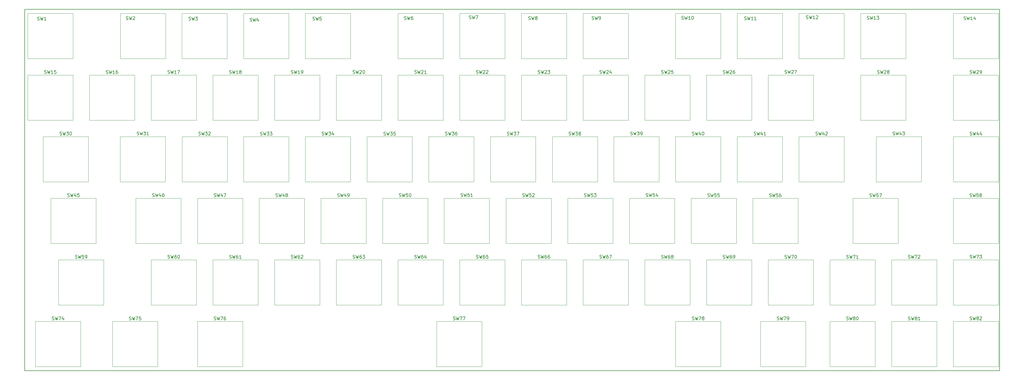
<source format=gbr>
%TF.GenerationSoftware,KiCad,Pcbnew,5.0.1*%
%TF.CreationDate,2019-04-01T22:15:05+02:00*%
%TF.ProjectId,sofaboard,736F6661626F6172642E6B696361645F,rev?*%
%TF.SameCoordinates,Original*%
%TF.FileFunction,Legend,Top*%
%TF.FilePolarity,Positive*%
%FSLAX46Y46*%
G04 Gerber Fmt 4.6, Leading zero omitted, Abs format (unit mm)*
G04 Created by KiCad (PCBNEW 5.0.1) date Mon 01 Apr 2019 22:15:05 CEST*
%MOMM*%
%LPD*%
G01*
G04 APERTURE LIST*
%ADD10C,0.150000*%
%ADD11C,0.120000*%
G04 APERTURE END LIST*
D10*
X7620000Y11430000D02*
X7620000Y123190000D01*
X308610000Y11430000D02*
X7620000Y11430000D01*
X308610000Y123190000D02*
X308610000Y11430000D01*
X7620000Y123190000D02*
X308610000Y123190000D01*
D11*
X256195000Y26695000D02*
X270165000Y26695000D01*
X270165000Y26695000D02*
X270165000Y12725000D01*
X270165000Y12725000D02*
X256195000Y12725000D01*
X256195000Y12725000D02*
X256195000Y26695000D01*
X265735000Y121925000D02*
X279705000Y121925000D01*
X279705000Y121925000D02*
X279705000Y107955000D01*
X279705000Y107955000D02*
X265735000Y107955000D01*
X265735000Y107955000D02*
X265735000Y121925000D01*
X8565000Y121925000D02*
X22535000Y121925000D01*
X22535000Y121925000D02*
X22535000Y107955000D01*
X22535000Y107955000D02*
X8565000Y107955000D01*
X8565000Y107955000D02*
X8565000Y121925000D01*
X132365000Y83835000D02*
X146335000Y83835000D01*
X146335000Y83835000D02*
X146335000Y69865000D01*
X146335000Y69865000D02*
X132365000Y69865000D01*
X132365000Y69865000D02*
X132365000Y83835000D01*
X237165000Y45715000D02*
X251135000Y45715000D01*
X251135000Y45715000D02*
X251135000Y31745000D01*
X251135000Y31745000D02*
X237165000Y31745000D01*
X237165000Y31745000D02*
X237165000Y45715000D01*
X175255000Y64785000D02*
X189225000Y64785000D01*
X189225000Y64785000D02*
X189225000Y50815000D01*
X189225000Y50815000D02*
X175255000Y50815000D01*
X175255000Y50815000D02*
X175255000Y64785000D01*
X294305000Y45755000D02*
X308275000Y45755000D01*
X308275000Y45755000D02*
X308275000Y31785000D01*
X308275000Y31785000D02*
X294305000Y31785000D01*
X294305000Y31785000D02*
X294305000Y45755000D01*
X275255000Y45735000D02*
X289225000Y45735000D01*
X289225000Y45735000D02*
X289225000Y31765000D01*
X289225000Y31765000D02*
X275255000Y31765000D01*
X275255000Y31765000D02*
X275255000Y45735000D01*
X34755000Y26675000D02*
X48725000Y26675000D01*
X48725000Y26675000D02*
X48725000Y12705000D01*
X48725000Y12705000D02*
X34755000Y12705000D01*
X34755000Y12705000D02*
X34755000Y26675000D01*
X180015000Y45735000D02*
X193985000Y45735000D01*
X193985000Y45735000D02*
X193985000Y31765000D01*
X193985000Y31765000D02*
X180015000Y31765000D01*
X180015000Y31765000D02*
X180015000Y45735000D01*
X227635000Y83845000D02*
X241605000Y83845000D01*
X241605000Y83845000D02*
X241605000Y69875000D01*
X241605000Y69875000D02*
X227635000Y69875000D01*
X227635000Y69875000D02*
X227635000Y83845000D01*
X256215000Y45735000D02*
X270185000Y45735000D01*
X270185000Y45735000D02*
X270185000Y31765000D01*
X270185000Y31765000D02*
X256215000Y31765000D01*
X256215000Y31765000D02*
X256215000Y45735000D01*
X232395000Y64775000D02*
X246365000Y64775000D01*
X246365000Y64775000D02*
X246365000Y50805000D01*
X246365000Y50805000D02*
X232395000Y50805000D01*
X232395000Y50805000D02*
X232395000Y64775000D01*
X65705000Y45725000D02*
X79675000Y45725000D01*
X79675000Y45725000D02*
X79675000Y31755000D01*
X79675000Y31755000D02*
X65705000Y31755000D01*
X65705000Y31755000D02*
X65705000Y45725000D01*
X294295000Y26695000D02*
X308265000Y26695000D01*
X308265000Y26695000D02*
X308265000Y12725000D01*
X308265000Y12725000D02*
X294295000Y12725000D01*
X294295000Y12725000D02*
X294295000Y26695000D01*
X180015000Y102885000D02*
X193985000Y102885000D01*
X193985000Y102885000D02*
X193985000Y88915000D01*
X193985000Y88915000D02*
X180015000Y88915000D01*
X180015000Y88915000D02*
X180015000Y102885000D01*
X122865000Y45735000D02*
X136835000Y45735000D01*
X136835000Y45735000D02*
X136835000Y31765000D01*
X136835000Y31765000D02*
X122865000Y31765000D01*
X122865000Y31765000D02*
X122865000Y45735000D01*
X46675000Y45735000D02*
X60645000Y45735000D01*
X60645000Y45735000D02*
X60645000Y31765000D01*
X60645000Y31765000D02*
X46675000Y31765000D01*
X46675000Y31765000D02*
X46675000Y45735000D01*
X275275000Y26665000D02*
X289245000Y26665000D01*
X289245000Y26665000D02*
X289245000Y12695000D01*
X289245000Y12695000D02*
X275275000Y12695000D01*
X275275000Y12695000D02*
X275275000Y26665000D01*
X103805000Y102895000D02*
X117775000Y102895000D01*
X117775000Y102895000D02*
X117775000Y88925000D01*
X117775000Y88925000D02*
X103805000Y88925000D01*
X103805000Y88925000D02*
X103805000Y102895000D01*
X99055000Y64775000D02*
X113025000Y64775000D01*
X113025000Y64775000D02*
X113025000Y50805000D01*
X113025000Y50805000D02*
X99055000Y50805000D01*
X99055000Y50805000D02*
X99055000Y64775000D01*
X270505000Y83855000D02*
X284475000Y83855000D01*
X284475000Y83855000D02*
X284475000Y69885000D01*
X284475000Y69885000D02*
X270505000Y69885000D01*
X270505000Y69885000D02*
X270505000Y83855000D01*
X94275000Y83835000D02*
X108245000Y83835000D01*
X108245000Y83835000D02*
X108245000Y69865000D01*
X108245000Y69865000D02*
X94275000Y69865000D01*
X94275000Y69865000D02*
X94275000Y83835000D01*
X194315000Y64805000D02*
X208285000Y64805000D01*
X208285000Y64805000D02*
X208285000Y50835000D01*
X208285000Y50835000D02*
X194315000Y50835000D01*
X194315000Y50835000D02*
X194315000Y64805000D01*
X246685000Y83835000D02*
X260655000Y83835000D01*
X260655000Y83835000D02*
X260655000Y69865000D01*
X260655000Y69865000D02*
X246685000Y69865000D01*
X246685000Y69865000D02*
X246685000Y83835000D01*
X56195000Y83845000D02*
X70165000Y83845000D01*
X70165000Y83845000D02*
X70165000Y69875000D01*
X70165000Y69875000D02*
X56195000Y69875000D01*
X56195000Y69875000D02*
X56195000Y83845000D01*
X246665000Y121945000D02*
X260635000Y121945000D01*
X260635000Y121945000D02*
X260635000Y107975000D01*
X260635000Y107975000D02*
X246665000Y107975000D01*
X246665000Y107975000D02*
X246665000Y121945000D01*
X122855000Y102895000D02*
X136825000Y102895000D01*
X136825000Y102895000D02*
X136825000Y88925000D01*
X136825000Y88925000D02*
X122855000Y88925000D01*
X122855000Y88925000D02*
X122855000Y102895000D01*
X294285000Y64765000D02*
X308255000Y64765000D01*
X308255000Y64765000D02*
X308255000Y50795000D01*
X308255000Y50795000D02*
X294285000Y50795000D01*
X294285000Y50795000D02*
X294285000Y64765000D01*
X199055000Y45725000D02*
X213025000Y45725000D01*
X213025000Y45725000D02*
X213025000Y31755000D01*
X213025000Y31755000D02*
X199055000Y31755000D01*
X199055000Y31755000D02*
X199055000Y45725000D01*
X160925000Y121905000D02*
X174895000Y121905000D01*
X174895000Y121905000D02*
X174895000Y107935000D01*
X174895000Y107935000D02*
X160925000Y107935000D01*
X160925000Y107935000D02*
X160925000Y121905000D01*
X10955000Y26685000D02*
X24925000Y26685000D01*
X24925000Y26685000D02*
X24925000Y12715000D01*
X24925000Y12715000D02*
X10955000Y12715000D01*
X10955000Y12715000D02*
X10955000Y26685000D01*
X103825000Y45725000D02*
X117795000Y45725000D01*
X117795000Y45725000D02*
X117795000Y31755000D01*
X117795000Y31755000D02*
X103825000Y31755000D01*
X103825000Y31755000D02*
X103825000Y45725000D01*
X60935000Y26685000D02*
X74905000Y26685000D01*
X74905000Y26685000D02*
X74905000Y12715000D01*
X74905000Y12715000D02*
X60935000Y12715000D01*
X60935000Y12715000D02*
X60935000Y26685000D01*
X65695000Y102875000D02*
X79665000Y102875000D01*
X79665000Y102875000D02*
X79665000Y88905000D01*
X79665000Y88905000D02*
X65695000Y88905000D01*
X65695000Y88905000D02*
X65695000Y102875000D01*
X134775000Y26695000D02*
X148745000Y26695000D01*
X148745000Y26695000D02*
X148745000Y12725000D01*
X148745000Y12725000D02*
X134775000Y12725000D01*
X134775000Y12725000D02*
X134775000Y26695000D01*
X113325000Y83805000D02*
X127295000Y83805000D01*
X127295000Y83805000D02*
X127295000Y69835000D01*
X127295000Y69835000D02*
X113325000Y69835000D01*
X113325000Y69835000D02*
X113325000Y83805000D01*
X137125000Y64805000D02*
X151095000Y64805000D01*
X151095000Y64805000D02*
X151095000Y50835000D01*
X151095000Y50835000D02*
X137125000Y50835000D01*
X137125000Y50835000D02*
X137125000Y64805000D01*
X18085000Y45745000D02*
X32055000Y45745000D01*
X32055000Y45745000D02*
X32055000Y31775000D01*
X32055000Y31775000D02*
X18085000Y31775000D01*
X18085000Y31775000D02*
X18085000Y45745000D01*
X160975000Y102895000D02*
X174945000Y102895000D01*
X174945000Y102895000D02*
X174945000Y88925000D01*
X174945000Y88925000D02*
X160975000Y88925000D01*
X160975000Y88925000D02*
X160975000Y102895000D01*
X199065000Y102885000D02*
X213035000Y102885000D01*
X213035000Y102885000D02*
X213035000Y88915000D01*
X213035000Y88915000D02*
X199065000Y88915000D01*
X199065000Y88915000D02*
X199065000Y102885000D01*
X227625000Y121945000D02*
X241595000Y121945000D01*
X241595000Y121945000D02*
X241595000Y107975000D01*
X241595000Y107975000D02*
X227625000Y107975000D01*
X227625000Y107975000D02*
X227625000Y121945000D01*
X84755000Y45735000D02*
X98725000Y45735000D01*
X98725000Y45735000D02*
X98725000Y31765000D01*
X98725000Y31765000D02*
X84755000Y31765000D01*
X84755000Y31765000D02*
X84755000Y45735000D01*
X80005000Y64765000D02*
X93975000Y64765000D01*
X93975000Y64765000D02*
X93975000Y50795000D01*
X93975000Y50795000D02*
X80005000Y50795000D01*
X80005000Y50795000D02*
X80005000Y64765000D01*
X8555000Y102895000D02*
X22525000Y102895000D01*
X22525000Y102895000D02*
X22525000Y88925000D01*
X22525000Y88925000D02*
X8555000Y88925000D01*
X8555000Y88925000D02*
X8555000Y102895000D01*
X84745000Y102885000D02*
X98715000Y102885000D01*
X98715000Y102885000D02*
X98715000Y88915000D01*
X98715000Y88915000D02*
X84745000Y88915000D01*
X84745000Y88915000D02*
X84745000Y102885000D01*
X160955000Y45735000D02*
X174925000Y45735000D01*
X174925000Y45735000D02*
X174925000Y31765000D01*
X174925000Y31765000D02*
X160955000Y31765000D01*
X160955000Y31765000D02*
X160955000Y45735000D01*
X75235000Y83815000D02*
X89205000Y83815000D01*
X89205000Y83815000D02*
X89205000Y69845000D01*
X89205000Y69845000D02*
X75235000Y69845000D01*
X75235000Y69845000D02*
X75235000Y83815000D01*
X122865000Y121945000D02*
X136835000Y121945000D01*
X136835000Y121945000D02*
X136835000Y107975000D01*
X136835000Y107975000D02*
X122865000Y107975000D01*
X122865000Y107975000D02*
X122865000Y121945000D01*
X141895000Y121925000D02*
X155865000Y121925000D01*
X155865000Y121925000D02*
X155865000Y107955000D01*
X155865000Y107955000D02*
X141895000Y107955000D01*
X141895000Y107955000D02*
X141895000Y121925000D01*
X263365000Y64765000D02*
X277335000Y64765000D01*
X277335000Y64765000D02*
X277335000Y50795000D01*
X277335000Y50795000D02*
X263365000Y50795000D01*
X263365000Y50795000D02*
X263365000Y64765000D01*
X237155000Y102905000D02*
X251125000Y102905000D01*
X251125000Y102905000D02*
X251125000Y88935000D01*
X251125000Y88935000D02*
X237155000Y88935000D01*
X237155000Y88935000D02*
X237155000Y102905000D01*
X294315000Y121965000D02*
X308285000Y121965000D01*
X308285000Y121965000D02*
X308285000Y107995000D01*
X308285000Y107995000D02*
X294315000Y107995000D01*
X294315000Y107995000D02*
X294315000Y121965000D01*
X213345000Y64765000D02*
X227315000Y64765000D01*
X227315000Y64765000D02*
X227315000Y50795000D01*
X227315000Y50795000D02*
X213345000Y50795000D01*
X213345000Y50795000D02*
X213345000Y64765000D01*
X265735000Y102885000D02*
X279705000Y102885000D01*
X279705000Y102885000D02*
X279705000Y88915000D01*
X279705000Y88915000D02*
X265735000Y88915000D01*
X265735000Y88915000D02*
X265735000Y102885000D01*
X208575000Y121935000D02*
X222545000Y121935000D01*
X222545000Y121935000D02*
X222545000Y107965000D01*
X222545000Y107965000D02*
X208575000Y107965000D01*
X208575000Y107965000D02*
X208575000Y121935000D01*
X141905000Y102885000D02*
X155875000Y102885000D01*
X155875000Y102885000D02*
X155875000Y88915000D01*
X155875000Y88915000D02*
X141905000Y88915000D01*
X141905000Y88915000D02*
X141905000Y102885000D01*
X294305000Y102875000D02*
X308275000Y102875000D01*
X308275000Y102875000D02*
X308275000Y88905000D01*
X308275000Y88905000D02*
X294305000Y88905000D01*
X294305000Y88905000D02*
X294305000Y102875000D01*
X170495000Y83825000D02*
X184465000Y83825000D01*
X184465000Y83825000D02*
X184465000Y69855000D01*
X184465000Y69855000D02*
X170495000Y69855000D01*
X170495000Y69855000D02*
X170495000Y83825000D01*
X15705000Y64795000D02*
X29675000Y64795000D01*
X29675000Y64795000D02*
X29675000Y50825000D01*
X29675000Y50825000D02*
X15705000Y50825000D01*
X15705000Y50825000D02*
X15705000Y64795000D01*
X189525000Y83855000D02*
X203495000Y83855000D01*
X203495000Y83855000D02*
X203495000Y69885000D01*
X203495000Y69885000D02*
X189525000Y69885000D01*
X189525000Y69885000D02*
X189525000Y83855000D01*
X218105000Y102875000D02*
X232075000Y102875000D01*
X232075000Y102875000D02*
X232075000Y88905000D01*
X232075000Y88905000D02*
X218105000Y88905000D01*
X218105000Y88905000D02*
X218105000Y102875000D01*
X208575000Y26695000D02*
X222545000Y26695000D01*
X222545000Y26695000D02*
X222545000Y12725000D01*
X222545000Y12725000D02*
X208575000Y12725000D01*
X208575000Y12725000D02*
X208575000Y26695000D01*
X37135000Y83855000D02*
X51105000Y83855000D01*
X51105000Y83855000D02*
X51105000Y69885000D01*
X51105000Y69885000D02*
X37135000Y69885000D01*
X37135000Y69885000D02*
X37135000Y83855000D01*
X141915000Y45745000D02*
X155885000Y45745000D01*
X155885000Y45745000D02*
X155885000Y31775000D01*
X155885000Y31775000D02*
X141915000Y31775000D01*
X141915000Y31775000D02*
X141915000Y45745000D01*
X179995000Y121905000D02*
X193965000Y121905000D01*
X193965000Y121905000D02*
X193965000Y107935000D01*
X193965000Y107935000D02*
X179995000Y107935000D01*
X179995000Y107935000D02*
X179995000Y121905000D01*
X41905000Y64805000D02*
X55875000Y64805000D01*
X55875000Y64805000D02*
X55875000Y50835000D01*
X55875000Y50835000D02*
X41905000Y50835000D01*
X41905000Y50835000D02*
X41905000Y64805000D01*
X208575000Y83845000D02*
X222545000Y83845000D01*
X222545000Y83845000D02*
X222545000Y69875000D01*
X222545000Y69875000D02*
X208575000Y69875000D01*
X208575000Y69875000D02*
X208575000Y83845000D01*
X37145000Y121925000D02*
X51115000Y121925000D01*
X51115000Y121925000D02*
X51115000Y107955000D01*
X51115000Y107955000D02*
X37145000Y107955000D01*
X37145000Y107955000D02*
X37145000Y121925000D01*
X56175000Y121925000D02*
X70145000Y121925000D01*
X70145000Y121925000D02*
X70145000Y107955000D01*
X70145000Y107955000D02*
X56175000Y107955000D01*
X56175000Y107955000D02*
X56175000Y121925000D01*
X46655000Y102875000D02*
X60625000Y102875000D01*
X60625000Y102875000D02*
X60625000Y88905000D01*
X60625000Y88905000D02*
X46655000Y88905000D01*
X46655000Y88905000D02*
X46655000Y102875000D01*
X294315000Y83825000D02*
X308285000Y83825000D01*
X308285000Y83825000D02*
X308285000Y69855000D01*
X308285000Y69855000D02*
X294315000Y69855000D01*
X294315000Y69855000D02*
X294315000Y83825000D01*
X151435000Y83835000D02*
X165405000Y83835000D01*
X165405000Y83835000D02*
X165405000Y69865000D01*
X165405000Y69865000D02*
X151435000Y69865000D01*
X151435000Y69865000D02*
X151435000Y83835000D01*
X234775000Y26685000D02*
X248745000Y26685000D01*
X248745000Y26685000D02*
X248745000Y12715000D01*
X248745000Y12715000D02*
X234775000Y12715000D01*
X234775000Y12715000D02*
X234775000Y26685000D01*
X75215000Y121935000D02*
X89185000Y121935000D01*
X89185000Y121935000D02*
X89185000Y107965000D01*
X89185000Y107965000D02*
X75215000Y107965000D01*
X75215000Y107965000D02*
X75215000Y121935000D01*
X94275000Y121935000D02*
X108245000Y121935000D01*
X108245000Y121935000D02*
X108245000Y107965000D01*
X108245000Y107965000D02*
X94275000Y107965000D01*
X94275000Y107965000D02*
X94275000Y121935000D01*
X27595000Y102865000D02*
X41565000Y102865000D01*
X41565000Y102865000D02*
X41565000Y88895000D01*
X41565000Y88895000D02*
X27595000Y88895000D01*
X27595000Y88895000D02*
X27595000Y102865000D01*
X13325000Y83835000D02*
X27295000Y83835000D01*
X27295000Y83835000D02*
X27295000Y69865000D01*
X27295000Y69865000D02*
X13325000Y69865000D01*
X13325000Y69865000D02*
X13325000Y83835000D01*
X156195000Y64795000D02*
X170165000Y64795000D01*
X170165000Y64795000D02*
X170165000Y50825000D01*
X170165000Y50825000D02*
X156195000Y50825000D01*
X156195000Y50825000D02*
X156195000Y64795000D01*
X60945000Y64795000D02*
X74915000Y64795000D01*
X74915000Y64795000D02*
X74915000Y50825000D01*
X74915000Y50825000D02*
X60945000Y50825000D01*
X60945000Y50825000D02*
X60945000Y64795000D01*
X118115000Y64785000D02*
X132085000Y64785000D01*
X132085000Y64785000D02*
X132085000Y50815000D01*
X132085000Y50815000D02*
X118115000Y50815000D01*
X118115000Y50815000D02*
X118115000Y64785000D01*
X218115000Y45715000D02*
X232085000Y45715000D01*
X232085000Y45715000D02*
X232085000Y31745000D01*
X232085000Y31745000D02*
X218115000Y31745000D01*
X218115000Y31745000D02*
X218115000Y45715000D01*
D10*
X261370476Y27179238D02*
X261513333Y27131619D01*
X261751428Y27131619D01*
X261846666Y27179238D01*
X261894285Y27226857D01*
X261941904Y27322095D01*
X261941904Y27417333D01*
X261894285Y27512571D01*
X261846666Y27560190D01*
X261751428Y27607809D01*
X261560952Y27655428D01*
X261465714Y27703047D01*
X261418095Y27750666D01*
X261370476Y27845904D01*
X261370476Y27941142D01*
X261418095Y28036380D01*
X261465714Y28084000D01*
X261560952Y28131619D01*
X261799047Y28131619D01*
X261941904Y28084000D01*
X262275238Y28131619D02*
X262513333Y27131619D01*
X262703809Y27845904D01*
X262894285Y27131619D01*
X263132380Y28131619D01*
X263656190Y27703047D02*
X263560952Y27750666D01*
X263513333Y27798285D01*
X263465714Y27893523D01*
X263465714Y27941142D01*
X263513333Y28036380D01*
X263560952Y28084000D01*
X263656190Y28131619D01*
X263846666Y28131619D01*
X263941904Y28084000D01*
X263989523Y28036380D01*
X264037142Y27941142D01*
X264037142Y27893523D01*
X263989523Y27798285D01*
X263941904Y27750666D01*
X263846666Y27703047D01*
X263656190Y27703047D01*
X263560952Y27655428D01*
X263513333Y27607809D01*
X263465714Y27512571D01*
X263465714Y27322095D01*
X263513333Y27226857D01*
X263560952Y27179238D01*
X263656190Y27131619D01*
X263846666Y27131619D01*
X263941904Y27179238D01*
X263989523Y27226857D01*
X264037142Y27322095D01*
X264037142Y27512571D01*
X263989523Y27607809D01*
X263941904Y27655428D01*
X263846666Y27703047D01*
X264656190Y28131619D02*
X264751428Y28131619D01*
X264846666Y28084000D01*
X264894285Y28036380D01*
X264941904Y27941142D01*
X264989523Y27750666D01*
X264989523Y27512571D01*
X264941904Y27322095D01*
X264894285Y27226857D01*
X264846666Y27179238D01*
X264751428Y27131619D01*
X264656190Y27131619D01*
X264560952Y27179238D01*
X264513333Y27226857D01*
X264465714Y27322095D01*
X264418095Y27512571D01*
X264418095Y27750666D01*
X264465714Y27941142D01*
X264513333Y28036380D01*
X264560952Y28084000D01*
X264656190Y28131619D01*
X267730476Y120095238D02*
X267873333Y120047619D01*
X268111428Y120047619D01*
X268206666Y120095238D01*
X268254285Y120142857D01*
X268301904Y120238095D01*
X268301904Y120333333D01*
X268254285Y120428571D01*
X268206666Y120476190D01*
X268111428Y120523809D01*
X267920952Y120571428D01*
X267825714Y120619047D01*
X267778095Y120666666D01*
X267730476Y120761904D01*
X267730476Y120857142D01*
X267778095Y120952380D01*
X267825714Y121000000D01*
X267920952Y121047619D01*
X268159047Y121047619D01*
X268301904Y121000000D01*
X268635238Y121047619D02*
X268873333Y120047619D01*
X269063809Y120761904D01*
X269254285Y120047619D01*
X269492380Y121047619D01*
X270397142Y120047619D02*
X269825714Y120047619D01*
X270111428Y120047619D02*
X270111428Y121047619D01*
X270016190Y120904761D01*
X269920952Y120809523D01*
X269825714Y120761904D01*
X270730476Y121047619D02*
X271349523Y121047619D01*
X271016190Y120666666D01*
X271159047Y120666666D01*
X271254285Y120619047D01*
X271301904Y120571428D01*
X271349523Y120476190D01*
X271349523Y120238095D01*
X271301904Y120142857D01*
X271254285Y120095238D01*
X271159047Y120047619D01*
X270873333Y120047619D01*
X270778095Y120095238D01*
X270730476Y120142857D01*
X11576666Y119865238D02*
X11719523Y119817619D01*
X11957619Y119817619D01*
X12052857Y119865238D01*
X12100476Y119912857D01*
X12148095Y120008095D01*
X12148095Y120103333D01*
X12100476Y120198571D01*
X12052857Y120246190D01*
X11957619Y120293809D01*
X11767142Y120341428D01*
X11671904Y120389047D01*
X11624285Y120436666D01*
X11576666Y120531904D01*
X11576666Y120627142D01*
X11624285Y120722380D01*
X11671904Y120770000D01*
X11767142Y120817619D01*
X12005238Y120817619D01*
X12148095Y120770000D01*
X12481428Y120817619D02*
X12719523Y119817619D01*
X12910000Y120531904D01*
X13100476Y119817619D01*
X13338571Y120817619D01*
X14243333Y119817619D02*
X13671904Y119817619D01*
X13957619Y119817619D02*
X13957619Y120817619D01*
X13862380Y120674761D01*
X13767142Y120579523D01*
X13671904Y120531904D01*
X137540476Y84319238D02*
X137683333Y84271619D01*
X137921428Y84271619D01*
X138016666Y84319238D01*
X138064285Y84366857D01*
X138111904Y84462095D01*
X138111904Y84557333D01*
X138064285Y84652571D01*
X138016666Y84700190D01*
X137921428Y84747809D01*
X137730952Y84795428D01*
X137635714Y84843047D01*
X137588095Y84890666D01*
X137540476Y84985904D01*
X137540476Y85081142D01*
X137588095Y85176380D01*
X137635714Y85224000D01*
X137730952Y85271619D01*
X137969047Y85271619D01*
X138111904Y85224000D01*
X138445238Y85271619D02*
X138683333Y84271619D01*
X138873809Y84985904D01*
X139064285Y84271619D01*
X139302380Y85271619D01*
X139588095Y85271619D02*
X140207142Y85271619D01*
X139873809Y84890666D01*
X140016666Y84890666D01*
X140111904Y84843047D01*
X140159523Y84795428D01*
X140207142Y84700190D01*
X140207142Y84462095D01*
X140159523Y84366857D01*
X140111904Y84319238D01*
X140016666Y84271619D01*
X139730952Y84271619D01*
X139635714Y84319238D01*
X139588095Y84366857D01*
X141064285Y85271619D02*
X140873809Y85271619D01*
X140778571Y85224000D01*
X140730952Y85176380D01*
X140635714Y85033523D01*
X140588095Y84843047D01*
X140588095Y84462095D01*
X140635714Y84366857D01*
X140683333Y84319238D01*
X140778571Y84271619D01*
X140969047Y84271619D01*
X141064285Y84319238D01*
X141111904Y84366857D01*
X141159523Y84462095D01*
X141159523Y84700190D01*
X141111904Y84795428D01*
X141064285Y84843047D01*
X140969047Y84890666D01*
X140778571Y84890666D01*
X140683333Y84843047D01*
X140635714Y84795428D01*
X140588095Y84700190D01*
X242340476Y46199238D02*
X242483333Y46151619D01*
X242721428Y46151619D01*
X242816666Y46199238D01*
X242864285Y46246857D01*
X242911904Y46342095D01*
X242911904Y46437333D01*
X242864285Y46532571D01*
X242816666Y46580190D01*
X242721428Y46627809D01*
X242530952Y46675428D01*
X242435714Y46723047D01*
X242388095Y46770666D01*
X242340476Y46865904D01*
X242340476Y46961142D01*
X242388095Y47056380D01*
X242435714Y47104000D01*
X242530952Y47151619D01*
X242769047Y47151619D01*
X242911904Y47104000D01*
X243245238Y47151619D02*
X243483333Y46151619D01*
X243673809Y46865904D01*
X243864285Y46151619D01*
X244102380Y47151619D01*
X244388095Y47151619D02*
X245054761Y47151619D01*
X244626190Y46151619D01*
X245626190Y47151619D02*
X245721428Y47151619D01*
X245816666Y47104000D01*
X245864285Y47056380D01*
X245911904Y46961142D01*
X245959523Y46770666D01*
X245959523Y46532571D01*
X245911904Y46342095D01*
X245864285Y46246857D01*
X245816666Y46199238D01*
X245721428Y46151619D01*
X245626190Y46151619D01*
X245530952Y46199238D01*
X245483333Y46246857D01*
X245435714Y46342095D01*
X245388095Y46532571D01*
X245388095Y46770666D01*
X245435714Y46961142D01*
X245483333Y47056380D01*
X245530952Y47104000D01*
X245626190Y47151619D01*
X180430476Y65269238D02*
X180573333Y65221619D01*
X180811428Y65221619D01*
X180906666Y65269238D01*
X180954285Y65316857D01*
X181001904Y65412095D01*
X181001904Y65507333D01*
X180954285Y65602571D01*
X180906666Y65650190D01*
X180811428Y65697809D01*
X180620952Y65745428D01*
X180525714Y65793047D01*
X180478095Y65840666D01*
X180430476Y65935904D01*
X180430476Y66031142D01*
X180478095Y66126380D01*
X180525714Y66174000D01*
X180620952Y66221619D01*
X180859047Y66221619D01*
X181001904Y66174000D01*
X181335238Y66221619D02*
X181573333Y65221619D01*
X181763809Y65935904D01*
X181954285Y65221619D01*
X182192380Y66221619D01*
X183049523Y66221619D02*
X182573333Y66221619D01*
X182525714Y65745428D01*
X182573333Y65793047D01*
X182668571Y65840666D01*
X182906666Y65840666D01*
X183001904Y65793047D01*
X183049523Y65745428D01*
X183097142Y65650190D01*
X183097142Y65412095D01*
X183049523Y65316857D01*
X183001904Y65269238D01*
X182906666Y65221619D01*
X182668571Y65221619D01*
X182573333Y65269238D01*
X182525714Y65316857D01*
X183430476Y66221619D02*
X184049523Y66221619D01*
X183716190Y65840666D01*
X183859047Y65840666D01*
X183954285Y65793047D01*
X184001904Y65745428D01*
X184049523Y65650190D01*
X184049523Y65412095D01*
X184001904Y65316857D01*
X183954285Y65269238D01*
X183859047Y65221619D01*
X183573333Y65221619D01*
X183478095Y65269238D01*
X183430476Y65316857D01*
X299480476Y46239238D02*
X299623333Y46191619D01*
X299861428Y46191619D01*
X299956666Y46239238D01*
X300004285Y46286857D01*
X300051904Y46382095D01*
X300051904Y46477333D01*
X300004285Y46572571D01*
X299956666Y46620190D01*
X299861428Y46667809D01*
X299670952Y46715428D01*
X299575714Y46763047D01*
X299528095Y46810666D01*
X299480476Y46905904D01*
X299480476Y47001142D01*
X299528095Y47096380D01*
X299575714Y47144000D01*
X299670952Y47191619D01*
X299909047Y47191619D01*
X300051904Y47144000D01*
X300385238Y47191619D02*
X300623333Y46191619D01*
X300813809Y46905904D01*
X301004285Y46191619D01*
X301242380Y47191619D01*
X301528095Y47191619D02*
X302194761Y47191619D01*
X301766190Y46191619D01*
X302480476Y47191619D02*
X303099523Y47191619D01*
X302766190Y46810666D01*
X302909047Y46810666D01*
X303004285Y46763047D01*
X303051904Y46715428D01*
X303099523Y46620190D01*
X303099523Y46382095D01*
X303051904Y46286857D01*
X303004285Y46239238D01*
X302909047Y46191619D01*
X302623333Y46191619D01*
X302528095Y46239238D01*
X302480476Y46286857D01*
X280430476Y46219238D02*
X280573333Y46171619D01*
X280811428Y46171619D01*
X280906666Y46219238D01*
X280954285Y46266857D01*
X281001904Y46362095D01*
X281001904Y46457333D01*
X280954285Y46552571D01*
X280906666Y46600190D01*
X280811428Y46647809D01*
X280620952Y46695428D01*
X280525714Y46743047D01*
X280478095Y46790666D01*
X280430476Y46885904D01*
X280430476Y46981142D01*
X280478095Y47076380D01*
X280525714Y47124000D01*
X280620952Y47171619D01*
X280859047Y47171619D01*
X281001904Y47124000D01*
X281335238Y47171619D02*
X281573333Y46171619D01*
X281763809Y46885904D01*
X281954285Y46171619D01*
X282192380Y47171619D01*
X282478095Y47171619D02*
X283144761Y47171619D01*
X282716190Y46171619D01*
X283478095Y47076380D02*
X283525714Y47124000D01*
X283620952Y47171619D01*
X283859047Y47171619D01*
X283954285Y47124000D01*
X284001904Y47076380D01*
X284049523Y46981142D01*
X284049523Y46885904D01*
X284001904Y46743047D01*
X283430476Y46171619D01*
X284049523Y46171619D01*
X39930476Y27159238D02*
X40073333Y27111619D01*
X40311428Y27111619D01*
X40406666Y27159238D01*
X40454285Y27206857D01*
X40501904Y27302095D01*
X40501904Y27397333D01*
X40454285Y27492571D01*
X40406666Y27540190D01*
X40311428Y27587809D01*
X40120952Y27635428D01*
X40025714Y27683047D01*
X39978095Y27730666D01*
X39930476Y27825904D01*
X39930476Y27921142D01*
X39978095Y28016380D01*
X40025714Y28064000D01*
X40120952Y28111619D01*
X40359047Y28111619D01*
X40501904Y28064000D01*
X40835238Y28111619D02*
X41073333Y27111619D01*
X41263809Y27825904D01*
X41454285Y27111619D01*
X41692380Y28111619D01*
X41978095Y28111619D02*
X42644761Y28111619D01*
X42216190Y27111619D01*
X43501904Y28111619D02*
X43025714Y28111619D01*
X42978095Y27635428D01*
X43025714Y27683047D01*
X43120952Y27730666D01*
X43359047Y27730666D01*
X43454285Y27683047D01*
X43501904Y27635428D01*
X43549523Y27540190D01*
X43549523Y27302095D01*
X43501904Y27206857D01*
X43454285Y27159238D01*
X43359047Y27111619D01*
X43120952Y27111619D01*
X43025714Y27159238D01*
X42978095Y27206857D01*
X185190476Y46219238D02*
X185333333Y46171619D01*
X185571428Y46171619D01*
X185666666Y46219238D01*
X185714285Y46266857D01*
X185761904Y46362095D01*
X185761904Y46457333D01*
X185714285Y46552571D01*
X185666666Y46600190D01*
X185571428Y46647809D01*
X185380952Y46695428D01*
X185285714Y46743047D01*
X185238095Y46790666D01*
X185190476Y46885904D01*
X185190476Y46981142D01*
X185238095Y47076380D01*
X185285714Y47124000D01*
X185380952Y47171619D01*
X185619047Y47171619D01*
X185761904Y47124000D01*
X186095238Y47171619D02*
X186333333Y46171619D01*
X186523809Y46885904D01*
X186714285Y46171619D01*
X186952380Y47171619D01*
X187761904Y47171619D02*
X187571428Y47171619D01*
X187476190Y47124000D01*
X187428571Y47076380D01*
X187333333Y46933523D01*
X187285714Y46743047D01*
X187285714Y46362095D01*
X187333333Y46266857D01*
X187380952Y46219238D01*
X187476190Y46171619D01*
X187666666Y46171619D01*
X187761904Y46219238D01*
X187809523Y46266857D01*
X187857142Y46362095D01*
X187857142Y46600190D01*
X187809523Y46695428D01*
X187761904Y46743047D01*
X187666666Y46790666D01*
X187476190Y46790666D01*
X187380952Y46743047D01*
X187333333Y46695428D01*
X187285714Y46600190D01*
X188190476Y47171619D02*
X188857142Y47171619D01*
X188428571Y46171619D01*
X232810476Y84329238D02*
X232953333Y84281619D01*
X233191428Y84281619D01*
X233286666Y84329238D01*
X233334285Y84376857D01*
X233381904Y84472095D01*
X233381904Y84567333D01*
X233334285Y84662571D01*
X233286666Y84710190D01*
X233191428Y84757809D01*
X233000952Y84805428D01*
X232905714Y84853047D01*
X232858095Y84900666D01*
X232810476Y84995904D01*
X232810476Y85091142D01*
X232858095Y85186380D01*
X232905714Y85234000D01*
X233000952Y85281619D01*
X233239047Y85281619D01*
X233381904Y85234000D01*
X233715238Y85281619D02*
X233953333Y84281619D01*
X234143809Y84995904D01*
X234334285Y84281619D01*
X234572380Y85281619D01*
X235381904Y84948285D02*
X235381904Y84281619D01*
X235143809Y85329238D02*
X234905714Y84614952D01*
X235524761Y84614952D01*
X236429523Y84281619D02*
X235858095Y84281619D01*
X236143809Y84281619D02*
X236143809Y85281619D01*
X236048571Y85138761D01*
X235953333Y85043523D01*
X235858095Y84995904D01*
X261390476Y46219238D02*
X261533333Y46171619D01*
X261771428Y46171619D01*
X261866666Y46219238D01*
X261914285Y46266857D01*
X261961904Y46362095D01*
X261961904Y46457333D01*
X261914285Y46552571D01*
X261866666Y46600190D01*
X261771428Y46647809D01*
X261580952Y46695428D01*
X261485714Y46743047D01*
X261438095Y46790666D01*
X261390476Y46885904D01*
X261390476Y46981142D01*
X261438095Y47076380D01*
X261485714Y47124000D01*
X261580952Y47171619D01*
X261819047Y47171619D01*
X261961904Y47124000D01*
X262295238Y47171619D02*
X262533333Y46171619D01*
X262723809Y46885904D01*
X262914285Y46171619D01*
X263152380Y47171619D01*
X263438095Y47171619D02*
X264104761Y47171619D01*
X263676190Y46171619D01*
X265009523Y46171619D02*
X264438095Y46171619D01*
X264723809Y46171619D02*
X264723809Y47171619D01*
X264628571Y47028761D01*
X264533333Y46933523D01*
X264438095Y46885904D01*
X237570476Y65259238D02*
X237713333Y65211619D01*
X237951428Y65211619D01*
X238046666Y65259238D01*
X238094285Y65306857D01*
X238141904Y65402095D01*
X238141904Y65497333D01*
X238094285Y65592571D01*
X238046666Y65640190D01*
X237951428Y65687809D01*
X237760952Y65735428D01*
X237665714Y65783047D01*
X237618095Y65830666D01*
X237570476Y65925904D01*
X237570476Y66021142D01*
X237618095Y66116380D01*
X237665714Y66164000D01*
X237760952Y66211619D01*
X237999047Y66211619D01*
X238141904Y66164000D01*
X238475238Y66211619D02*
X238713333Y65211619D01*
X238903809Y65925904D01*
X239094285Y65211619D01*
X239332380Y66211619D01*
X240189523Y66211619D02*
X239713333Y66211619D01*
X239665714Y65735428D01*
X239713333Y65783047D01*
X239808571Y65830666D01*
X240046666Y65830666D01*
X240141904Y65783047D01*
X240189523Y65735428D01*
X240237142Y65640190D01*
X240237142Y65402095D01*
X240189523Y65306857D01*
X240141904Y65259238D01*
X240046666Y65211619D01*
X239808571Y65211619D01*
X239713333Y65259238D01*
X239665714Y65306857D01*
X241094285Y66211619D02*
X240903809Y66211619D01*
X240808571Y66164000D01*
X240760952Y66116380D01*
X240665714Y65973523D01*
X240618095Y65783047D01*
X240618095Y65402095D01*
X240665714Y65306857D01*
X240713333Y65259238D01*
X240808571Y65211619D01*
X240999047Y65211619D01*
X241094285Y65259238D01*
X241141904Y65306857D01*
X241189523Y65402095D01*
X241189523Y65640190D01*
X241141904Y65735428D01*
X241094285Y65783047D01*
X240999047Y65830666D01*
X240808571Y65830666D01*
X240713333Y65783047D01*
X240665714Y65735428D01*
X240618095Y65640190D01*
X70880476Y46209238D02*
X71023333Y46161619D01*
X71261428Y46161619D01*
X71356666Y46209238D01*
X71404285Y46256857D01*
X71451904Y46352095D01*
X71451904Y46447333D01*
X71404285Y46542571D01*
X71356666Y46590190D01*
X71261428Y46637809D01*
X71070952Y46685428D01*
X70975714Y46733047D01*
X70928095Y46780666D01*
X70880476Y46875904D01*
X70880476Y46971142D01*
X70928095Y47066380D01*
X70975714Y47114000D01*
X71070952Y47161619D01*
X71309047Y47161619D01*
X71451904Y47114000D01*
X71785238Y47161619D02*
X72023333Y46161619D01*
X72213809Y46875904D01*
X72404285Y46161619D01*
X72642380Y47161619D01*
X73451904Y47161619D02*
X73261428Y47161619D01*
X73166190Y47114000D01*
X73118571Y47066380D01*
X73023333Y46923523D01*
X72975714Y46733047D01*
X72975714Y46352095D01*
X73023333Y46256857D01*
X73070952Y46209238D01*
X73166190Y46161619D01*
X73356666Y46161619D01*
X73451904Y46209238D01*
X73499523Y46256857D01*
X73547142Y46352095D01*
X73547142Y46590190D01*
X73499523Y46685428D01*
X73451904Y46733047D01*
X73356666Y46780666D01*
X73166190Y46780666D01*
X73070952Y46733047D01*
X73023333Y46685428D01*
X72975714Y46590190D01*
X74499523Y46161619D02*
X73928095Y46161619D01*
X74213809Y46161619D02*
X74213809Y47161619D01*
X74118571Y47018761D01*
X74023333Y46923523D01*
X73928095Y46875904D01*
X299470476Y27179238D02*
X299613333Y27131619D01*
X299851428Y27131619D01*
X299946666Y27179238D01*
X299994285Y27226857D01*
X300041904Y27322095D01*
X300041904Y27417333D01*
X299994285Y27512571D01*
X299946666Y27560190D01*
X299851428Y27607809D01*
X299660952Y27655428D01*
X299565714Y27703047D01*
X299518095Y27750666D01*
X299470476Y27845904D01*
X299470476Y27941142D01*
X299518095Y28036380D01*
X299565714Y28084000D01*
X299660952Y28131619D01*
X299899047Y28131619D01*
X300041904Y28084000D01*
X300375238Y28131619D02*
X300613333Y27131619D01*
X300803809Y27845904D01*
X300994285Y27131619D01*
X301232380Y28131619D01*
X301756190Y27703047D02*
X301660952Y27750666D01*
X301613333Y27798285D01*
X301565714Y27893523D01*
X301565714Y27941142D01*
X301613333Y28036380D01*
X301660952Y28084000D01*
X301756190Y28131619D01*
X301946666Y28131619D01*
X302041904Y28084000D01*
X302089523Y28036380D01*
X302137142Y27941142D01*
X302137142Y27893523D01*
X302089523Y27798285D01*
X302041904Y27750666D01*
X301946666Y27703047D01*
X301756190Y27703047D01*
X301660952Y27655428D01*
X301613333Y27607809D01*
X301565714Y27512571D01*
X301565714Y27322095D01*
X301613333Y27226857D01*
X301660952Y27179238D01*
X301756190Y27131619D01*
X301946666Y27131619D01*
X302041904Y27179238D01*
X302089523Y27226857D01*
X302137142Y27322095D01*
X302137142Y27512571D01*
X302089523Y27607809D01*
X302041904Y27655428D01*
X301946666Y27703047D01*
X302518095Y28036380D02*
X302565714Y28084000D01*
X302660952Y28131619D01*
X302899047Y28131619D01*
X302994285Y28084000D01*
X303041904Y28036380D01*
X303089523Y27941142D01*
X303089523Y27845904D01*
X303041904Y27703047D01*
X302470476Y27131619D01*
X303089523Y27131619D01*
X185190476Y103369238D02*
X185333333Y103321619D01*
X185571428Y103321619D01*
X185666666Y103369238D01*
X185714285Y103416857D01*
X185761904Y103512095D01*
X185761904Y103607333D01*
X185714285Y103702571D01*
X185666666Y103750190D01*
X185571428Y103797809D01*
X185380952Y103845428D01*
X185285714Y103893047D01*
X185238095Y103940666D01*
X185190476Y104035904D01*
X185190476Y104131142D01*
X185238095Y104226380D01*
X185285714Y104274000D01*
X185380952Y104321619D01*
X185619047Y104321619D01*
X185761904Y104274000D01*
X186095238Y104321619D02*
X186333333Y103321619D01*
X186523809Y104035904D01*
X186714285Y103321619D01*
X186952380Y104321619D01*
X187285714Y104226380D02*
X187333333Y104274000D01*
X187428571Y104321619D01*
X187666666Y104321619D01*
X187761904Y104274000D01*
X187809523Y104226380D01*
X187857142Y104131142D01*
X187857142Y104035904D01*
X187809523Y103893047D01*
X187238095Y103321619D01*
X187857142Y103321619D01*
X188714285Y103988285D02*
X188714285Y103321619D01*
X188476190Y104369238D02*
X188238095Y103654952D01*
X188857142Y103654952D01*
X128040476Y46219238D02*
X128183333Y46171619D01*
X128421428Y46171619D01*
X128516666Y46219238D01*
X128564285Y46266857D01*
X128611904Y46362095D01*
X128611904Y46457333D01*
X128564285Y46552571D01*
X128516666Y46600190D01*
X128421428Y46647809D01*
X128230952Y46695428D01*
X128135714Y46743047D01*
X128088095Y46790666D01*
X128040476Y46885904D01*
X128040476Y46981142D01*
X128088095Y47076380D01*
X128135714Y47124000D01*
X128230952Y47171619D01*
X128469047Y47171619D01*
X128611904Y47124000D01*
X128945238Y47171619D02*
X129183333Y46171619D01*
X129373809Y46885904D01*
X129564285Y46171619D01*
X129802380Y47171619D01*
X130611904Y47171619D02*
X130421428Y47171619D01*
X130326190Y47124000D01*
X130278571Y47076380D01*
X130183333Y46933523D01*
X130135714Y46743047D01*
X130135714Y46362095D01*
X130183333Y46266857D01*
X130230952Y46219238D01*
X130326190Y46171619D01*
X130516666Y46171619D01*
X130611904Y46219238D01*
X130659523Y46266857D01*
X130707142Y46362095D01*
X130707142Y46600190D01*
X130659523Y46695428D01*
X130611904Y46743047D01*
X130516666Y46790666D01*
X130326190Y46790666D01*
X130230952Y46743047D01*
X130183333Y46695428D01*
X130135714Y46600190D01*
X131564285Y46838285D02*
X131564285Y46171619D01*
X131326190Y47219238D02*
X131088095Y46504952D01*
X131707142Y46504952D01*
X51850476Y46219238D02*
X51993333Y46171619D01*
X52231428Y46171619D01*
X52326666Y46219238D01*
X52374285Y46266857D01*
X52421904Y46362095D01*
X52421904Y46457333D01*
X52374285Y46552571D01*
X52326666Y46600190D01*
X52231428Y46647809D01*
X52040952Y46695428D01*
X51945714Y46743047D01*
X51898095Y46790666D01*
X51850476Y46885904D01*
X51850476Y46981142D01*
X51898095Y47076380D01*
X51945714Y47124000D01*
X52040952Y47171619D01*
X52279047Y47171619D01*
X52421904Y47124000D01*
X52755238Y47171619D02*
X52993333Y46171619D01*
X53183809Y46885904D01*
X53374285Y46171619D01*
X53612380Y47171619D01*
X54421904Y47171619D02*
X54231428Y47171619D01*
X54136190Y47124000D01*
X54088571Y47076380D01*
X53993333Y46933523D01*
X53945714Y46743047D01*
X53945714Y46362095D01*
X53993333Y46266857D01*
X54040952Y46219238D01*
X54136190Y46171619D01*
X54326666Y46171619D01*
X54421904Y46219238D01*
X54469523Y46266857D01*
X54517142Y46362095D01*
X54517142Y46600190D01*
X54469523Y46695428D01*
X54421904Y46743047D01*
X54326666Y46790666D01*
X54136190Y46790666D01*
X54040952Y46743047D01*
X53993333Y46695428D01*
X53945714Y46600190D01*
X55136190Y47171619D02*
X55231428Y47171619D01*
X55326666Y47124000D01*
X55374285Y47076380D01*
X55421904Y46981142D01*
X55469523Y46790666D01*
X55469523Y46552571D01*
X55421904Y46362095D01*
X55374285Y46266857D01*
X55326666Y46219238D01*
X55231428Y46171619D01*
X55136190Y46171619D01*
X55040952Y46219238D01*
X54993333Y46266857D01*
X54945714Y46362095D01*
X54898095Y46552571D01*
X54898095Y46790666D01*
X54945714Y46981142D01*
X54993333Y47076380D01*
X55040952Y47124000D01*
X55136190Y47171619D01*
X280450476Y27149238D02*
X280593333Y27101619D01*
X280831428Y27101619D01*
X280926666Y27149238D01*
X280974285Y27196857D01*
X281021904Y27292095D01*
X281021904Y27387333D01*
X280974285Y27482571D01*
X280926666Y27530190D01*
X280831428Y27577809D01*
X280640952Y27625428D01*
X280545714Y27673047D01*
X280498095Y27720666D01*
X280450476Y27815904D01*
X280450476Y27911142D01*
X280498095Y28006380D01*
X280545714Y28054000D01*
X280640952Y28101619D01*
X280879047Y28101619D01*
X281021904Y28054000D01*
X281355238Y28101619D02*
X281593333Y27101619D01*
X281783809Y27815904D01*
X281974285Y27101619D01*
X282212380Y28101619D01*
X282736190Y27673047D02*
X282640952Y27720666D01*
X282593333Y27768285D01*
X282545714Y27863523D01*
X282545714Y27911142D01*
X282593333Y28006380D01*
X282640952Y28054000D01*
X282736190Y28101619D01*
X282926666Y28101619D01*
X283021904Y28054000D01*
X283069523Y28006380D01*
X283117142Y27911142D01*
X283117142Y27863523D01*
X283069523Y27768285D01*
X283021904Y27720666D01*
X282926666Y27673047D01*
X282736190Y27673047D01*
X282640952Y27625428D01*
X282593333Y27577809D01*
X282545714Y27482571D01*
X282545714Y27292095D01*
X282593333Y27196857D01*
X282640952Y27149238D01*
X282736190Y27101619D01*
X282926666Y27101619D01*
X283021904Y27149238D01*
X283069523Y27196857D01*
X283117142Y27292095D01*
X283117142Y27482571D01*
X283069523Y27577809D01*
X283021904Y27625428D01*
X282926666Y27673047D01*
X284069523Y27101619D02*
X283498095Y27101619D01*
X283783809Y27101619D02*
X283783809Y28101619D01*
X283688571Y27958761D01*
X283593333Y27863523D01*
X283498095Y27815904D01*
X108980476Y103379238D02*
X109123333Y103331619D01*
X109361428Y103331619D01*
X109456666Y103379238D01*
X109504285Y103426857D01*
X109551904Y103522095D01*
X109551904Y103617333D01*
X109504285Y103712571D01*
X109456666Y103760190D01*
X109361428Y103807809D01*
X109170952Y103855428D01*
X109075714Y103903047D01*
X109028095Y103950666D01*
X108980476Y104045904D01*
X108980476Y104141142D01*
X109028095Y104236380D01*
X109075714Y104284000D01*
X109170952Y104331619D01*
X109409047Y104331619D01*
X109551904Y104284000D01*
X109885238Y104331619D02*
X110123333Y103331619D01*
X110313809Y104045904D01*
X110504285Y103331619D01*
X110742380Y104331619D01*
X111075714Y104236380D02*
X111123333Y104284000D01*
X111218571Y104331619D01*
X111456666Y104331619D01*
X111551904Y104284000D01*
X111599523Y104236380D01*
X111647142Y104141142D01*
X111647142Y104045904D01*
X111599523Y103903047D01*
X111028095Y103331619D01*
X111647142Y103331619D01*
X112266190Y104331619D02*
X112361428Y104331619D01*
X112456666Y104284000D01*
X112504285Y104236380D01*
X112551904Y104141142D01*
X112599523Y103950666D01*
X112599523Y103712571D01*
X112551904Y103522095D01*
X112504285Y103426857D01*
X112456666Y103379238D01*
X112361428Y103331619D01*
X112266190Y103331619D01*
X112170952Y103379238D01*
X112123333Y103426857D01*
X112075714Y103522095D01*
X112028095Y103712571D01*
X112028095Y103950666D01*
X112075714Y104141142D01*
X112123333Y104236380D01*
X112170952Y104284000D01*
X112266190Y104331619D01*
X104230476Y65259238D02*
X104373333Y65211619D01*
X104611428Y65211619D01*
X104706666Y65259238D01*
X104754285Y65306857D01*
X104801904Y65402095D01*
X104801904Y65497333D01*
X104754285Y65592571D01*
X104706666Y65640190D01*
X104611428Y65687809D01*
X104420952Y65735428D01*
X104325714Y65783047D01*
X104278095Y65830666D01*
X104230476Y65925904D01*
X104230476Y66021142D01*
X104278095Y66116380D01*
X104325714Y66164000D01*
X104420952Y66211619D01*
X104659047Y66211619D01*
X104801904Y66164000D01*
X105135238Y66211619D02*
X105373333Y65211619D01*
X105563809Y65925904D01*
X105754285Y65211619D01*
X105992380Y66211619D01*
X106801904Y65878285D02*
X106801904Y65211619D01*
X106563809Y66259238D02*
X106325714Y65544952D01*
X106944761Y65544952D01*
X107373333Y65211619D02*
X107563809Y65211619D01*
X107659047Y65259238D01*
X107706666Y65306857D01*
X107801904Y65449714D01*
X107849523Y65640190D01*
X107849523Y66021142D01*
X107801904Y66116380D01*
X107754285Y66164000D01*
X107659047Y66211619D01*
X107468571Y66211619D01*
X107373333Y66164000D01*
X107325714Y66116380D01*
X107278095Y66021142D01*
X107278095Y65783047D01*
X107325714Y65687809D01*
X107373333Y65640190D01*
X107468571Y65592571D01*
X107659047Y65592571D01*
X107754285Y65640190D01*
X107801904Y65687809D01*
X107849523Y65783047D01*
X275680476Y84339238D02*
X275823333Y84291619D01*
X276061428Y84291619D01*
X276156666Y84339238D01*
X276204285Y84386857D01*
X276251904Y84482095D01*
X276251904Y84577333D01*
X276204285Y84672571D01*
X276156666Y84720190D01*
X276061428Y84767809D01*
X275870952Y84815428D01*
X275775714Y84863047D01*
X275728095Y84910666D01*
X275680476Y85005904D01*
X275680476Y85101142D01*
X275728095Y85196380D01*
X275775714Y85244000D01*
X275870952Y85291619D01*
X276109047Y85291619D01*
X276251904Y85244000D01*
X276585238Y85291619D02*
X276823333Y84291619D01*
X277013809Y85005904D01*
X277204285Y84291619D01*
X277442380Y85291619D01*
X278251904Y84958285D02*
X278251904Y84291619D01*
X278013809Y85339238D02*
X277775714Y84624952D01*
X278394761Y84624952D01*
X278680476Y85291619D02*
X279299523Y85291619D01*
X278966190Y84910666D01*
X279109047Y84910666D01*
X279204285Y84863047D01*
X279251904Y84815428D01*
X279299523Y84720190D01*
X279299523Y84482095D01*
X279251904Y84386857D01*
X279204285Y84339238D01*
X279109047Y84291619D01*
X278823333Y84291619D01*
X278728095Y84339238D01*
X278680476Y84386857D01*
X99450476Y84319238D02*
X99593333Y84271619D01*
X99831428Y84271619D01*
X99926666Y84319238D01*
X99974285Y84366857D01*
X100021904Y84462095D01*
X100021904Y84557333D01*
X99974285Y84652571D01*
X99926666Y84700190D01*
X99831428Y84747809D01*
X99640952Y84795428D01*
X99545714Y84843047D01*
X99498095Y84890666D01*
X99450476Y84985904D01*
X99450476Y85081142D01*
X99498095Y85176380D01*
X99545714Y85224000D01*
X99640952Y85271619D01*
X99879047Y85271619D01*
X100021904Y85224000D01*
X100355238Y85271619D02*
X100593333Y84271619D01*
X100783809Y84985904D01*
X100974285Y84271619D01*
X101212380Y85271619D01*
X101498095Y85271619D02*
X102117142Y85271619D01*
X101783809Y84890666D01*
X101926666Y84890666D01*
X102021904Y84843047D01*
X102069523Y84795428D01*
X102117142Y84700190D01*
X102117142Y84462095D01*
X102069523Y84366857D01*
X102021904Y84319238D01*
X101926666Y84271619D01*
X101640952Y84271619D01*
X101545714Y84319238D01*
X101498095Y84366857D01*
X102974285Y84938285D02*
X102974285Y84271619D01*
X102736190Y85319238D02*
X102498095Y84604952D01*
X103117142Y84604952D01*
X199490476Y65289238D02*
X199633333Y65241619D01*
X199871428Y65241619D01*
X199966666Y65289238D01*
X200014285Y65336857D01*
X200061904Y65432095D01*
X200061904Y65527333D01*
X200014285Y65622571D01*
X199966666Y65670190D01*
X199871428Y65717809D01*
X199680952Y65765428D01*
X199585714Y65813047D01*
X199538095Y65860666D01*
X199490476Y65955904D01*
X199490476Y66051142D01*
X199538095Y66146380D01*
X199585714Y66194000D01*
X199680952Y66241619D01*
X199919047Y66241619D01*
X200061904Y66194000D01*
X200395238Y66241619D02*
X200633333Y65241619D01*
X200823809Y65955904D01*
X201014285Y65241619D01*
X201252380Y66241619D01*
X202109523Y66241619D02*
X201633333Y66241619D01*
X201585714Y65765428D01*
X201633333Y65813047D01*
X201728571Y65860666D01*
X201966666Y65860666D01*
X202061904Y65813047D01*
X202109523Y65765428D01*
X202157142Y65670190D01*
X202157142Y65432095D01*
X202109523Y65336857D01*
X202061904Y65289238D01*
X201966666Y65241619D01*
X201728571Y65241619D01*
X201633333Y65289238D01*
X201585714Y65336857D01*
X203014285Y65908285D02*
X203014285Y65241619D01*
X202776190Y66289238D02*
X202538095Y65574952D01*
X203157142Y65574952D01*
X251860476Y84319238D02*
X252003333Y84271619D01*
X252241428Y84271619D01*
X252336666Y84319238D01*
X252384285Y84366857D01*
X252431904Y84462095D01*
X252431904Y84557333D01*
X252384285Y84652571D01*
X252336666Y84700190D01*
X252241428Y84747809D01*
X252050952Y84795428D01*
X251955714Y84843047D01*
X251908095Y84890666D01*
X251860476Y84985904D01*
X251860476Y85081142D01*
X251908095Y85176380D01*
X251955714Y85224000D01*
X252050952Y85271619D01*
X252289047Y85271619D01*
X252431904Y85224000D01*
X252765238Y85271619D02*
X253003333Y84271619D01*
X253193809Y84985904D01*
X253384285Y84271619D01*
X253622380Y85271619D01*
X254431904Y84938285D02*
X254431904Y84271619D01*
X254193809Y85319238D02*
X253955714Y84604952D01*
X254574761Y84604952D01*
X254908095Y85176380D02*
X254955714Y85224000D01*
X255050952Y85271619D01*
X255289047Y85271619D01*
X255384285Y85224000D01*
X255431904Y85176380D01*
X255479523Y85081142D01*
X255479523Y84985904D01*
X255431904Y84843047D01*
X254860476Y84271619D01*
X255479523Y84271619D01*
X61370476Y84329238D02*
X61513333Y84281619D01*
X61751428Y84281619D01*
X61846666Y84329238D01*
X61894285Y84376857D01*
X61941904Y84472095D01*
X61941904Y84567333D01*
X61894285Y84662571D01*
X61846666Y84710190D01*
X61751428Y84757809D01*
X61560952Y84805428D01*
X61465714Y84853047D01*
X61418095Y84900666D01*
X61370476Y84995904D01*
X61370476Y85091142D01*
X61418095Y85186380D01*
X61465714Y85234000D01*
X61560952Y85281619D01*
X61799047Y85281619D01*
X61941904Y85234000D01*
X62275238Y85281619D02*
X62513333Y84281619D01*
X62703809Y84995904D01*
X62894285Y84281619D01*
X63132380Y85281619D01*
X63418095Y85281619D02*
X64037142Y85281619D01*
X63703809Y84900666D01*
X63846666Y84900666D01*
X63941904Y84853047D01*
X63989523Y84805428D01*
X64037142Y84710190D01*
X64037142Y84472095D01*
X63989523Y84376857D01*
X63941904Y84329238D01*
X63846666Y84281619D01*
X63560952Y84281619D01*
X63465714Y84329238D01*
X63418095Y84376857D01*
X64418095Y85186380D02*
X64465714Y85234000D01*
X64560952Y85281619D01*
X64799047Y85281619D01*
X64894285Y85234000D01*
X64941904Y85186380D01*
X64989523Y85091142D01*
X64989523Y84995904D01*
X64941904Y84853047D01*
X64370476Y84281619D01*
X64989523Y84281619D01*
X248950476Y120305238D02*
X249093333Y120257619D01*
X249331428Y120257619D01*
X249426666Y120305238D01*
X249474285Y120352857D01*
X249521904Y120448095D01*
X249521904Y120543333D01*
X249474285Y120638571D01*
X249426666Y120686190D01*
X249331428Y120733809D01*
X249140952Y120781428D01*
X249045714Y120829047D01*
X248998095Y120876666D01*
X248950476Y120971904D01*
X248950476Y121067142D01*
X248998095Y121162380D01*
X249045714Y121210000D01*
X249140952Y121257619D01*
X249379047Y121257619D01*
X249521904Y121210000D01*
X249855238Y121257619D02*
X250093333Y120257619D01*
X250283809Y120971904D01*
X250474285Y120257619D01*
X250712380Y121257619D01*
X251617142Y120257619D02*
X251045714Y120257619D01*
X251331428Y120257619D02*
X251331428Y121257619D01*
X251236190Y121114761D01*
X251140952Y121019523D01*
X251045714Y120971904D01*
X251998095Y121162380D02*
X252045714Y121210000D01*
X252140952Y121257619D01*
X252379047Y121257619D01*
X252474285Y121210000D01*
X252521904Y121162380D01*
X252569523Y121067142D01*
X252569523Y120971904D01*
X252521904Y120829047D01*
X251950476Y120257619D01*
X252569523Y120257619D01*
X128030476Y103379238D02*
X128173333Y103331619D01*
X128411428Y103331619D01*
X128506666Y103379238D01*
X128554285Y103426857D01*
X128601904Y103522095D01*
X128601904Y103617333D01*
X128554285Y103712571D01*
X128506666Y103760190D01*
X128411428Y103807809D01*
X128220952Y103855428D01*
X128125714Y103903047D01*
X128078095Y103950666D01*
X128030476Y104045904D01*
X128030476Y104141142D01*
X128078095Y104236380D01*
X128125714Y104284000D01*
X128220952Y104331619D01*
X128459047Y104331619D01*
X128601904Y104284000D01*
X128935238Y104331619D02*
X129173333Y103331619D01*
X129363809Y104045904D01*
X129554285Y103331619D01*
X129792380Y104331619D01*
X130125714Y104236380D02*
X130173333Y104284000D01*
X130268571Y104331619D01*
X130506666Y104331619D01*
X130601904Y104284000D01*
X130649523Y104236380D01*
X130697142Y104141142D01*
X130697142Y104045904D01*
X130649523Y103903047D01*
X130078095Y103331619D01*
X130697142Y103331619D01*
X131649523Y103331619D02*
X131078095Y103331619D01*
X131363809Y103331619D02*
X131363809Y104331619D01*
X131268571Y104188761D01*
X131173333Y104093523D01*
X131078095Y104045904D01*
X299460476Y65249238D02*
X299603333Y65201619D01*
X299841428Y65201619D01*
X299936666Y65249238D01*
X299984285Y65296857D01*
X300031904Y65392095D01*
X300031904Y65487333D01*
X299984285Y65582571D01*
X299936666Y65630190D01*
X299841428Y65677809D01*
X299650952Y65725428D01*
X299555714Y65773047D01*
X299508095Y65820666D01*
X299460476Y65915904D01*
X299460476Y66011142D01*
X299508095Y66106380D01*
X299555714Y66154000D01*
X299650952Y66201619D01*
X299889047Y66201619D01*
X300031904Y66154000D01*
X300365238Y66201619D02*
X300603333Y65201619D01*
X300793809Y65915904D01*
X300984285Y65201619D01*
X301222380Y66201619D01*
X302079523Y66201619D02*
X301603333Y66201619D01*
X301555714Y65725428D01*
X301603333Y65773047D01*
X301698571Y65820666D01*
X301936666Y65820666D01*
X302031904Y65773047D01*
X302079523Y65725428D01*
X302127142Y65630190D01*
X302127142Y65392095D01*
X302079523Y65296857D01*
X302031904Y65249238D01*
X301936666Y65201619D01*
X301698571Y65201619D01*
X301603333Y65249238D01*
X301555714Y65296857D01*
X302698571Y65773047D02*
X302603333Y65820666D01*
X302555714Y65868285D01*
X302508095Y65963523D01*
X302508095Y66011142D01*
X302555714Y66106380D01*
X302603333Y66154000D01*
X302698571Y66201619D01*
X302889047Y66201619D01*
X302984285Y66154000D01*
X303031904Y66106380D01*
X303079523Y66011142D01*
X303079523Y65963523D01*
X303031904Y65868285D01*
X302984285Y65820666D01*
X302889047Y65773047D01*
X302698571Y65773047D01*
X302603333Y65725428D01*
X302555714Y65677809D01*
X302508095Y65582571D01*
X302508095Y65392095D01*
X302555714Y65296857D01*
X302603333Y65249238D01*
X302698571Y65201619D01*
X302889047Y65201619D01*
X302984285Y65249238D01*
X303031904Y65296857D01*
X303079523Y65392095D01*
X303079523Y65582571D01*
X303031904Y65677809D01*
X302984285Y65725428D01*
X302889047Y65773047D01*
X204230476Y46209238D02*
X204373333Y46161619D01*
X204611428Y46161619D01*
X204706666Y46209238D01*
X204754285Y46256857D01*
X204801904Y46352095D01*
X204801904Y46447333D01*
X204754285Y46542571D01*
X204706666Y46590190D01*
X204611428Y46637809D01*
X204420952Y46685428D01*
X204325714Y46733047D01*
X204278095Y46780666D01*
X204230476Y46875904D01*
X204230476Y46971142D01*
X204278095Y47066380D01*
X204325714Y47114000D01*
X204420952Y47161619D01*
X204659047Y47161619D01*
X204801904Y47114000D01*
X205135238Y47161619D02*
X205373333Y46161619D01*
X205563809Y46875904D01*
X205754285Y46161619D01*
X205992380Y47161619D01*
X206801904Y47161619D02*
X206611428Y47161619D01*
X206516190Y47114000D01*
X206468571Y47066380D01*
X206373333Y46923523D01*
X206325714Y46733047D01*
X206325714Y46352095D01*
X206373333Y46256857D01*
X206420952Y46209238D01*
X206516190Y46161619D01*
X206706666Y46161619D01*
X206801904Y46209238D01*
X206849523Y46256857D01*
X206897142Y46352095D01*
X206897142Y46590190D01*
X206849523Y46685428D01*
X206801904Y46733047D01*
X206706666Y46780666D01*
X206516190Y46780666D01*
X206420952Y46733047D01*
X206373333Y46685428D01*
X206325714Y46590190D01*
X207468571Y46733047D02*
X207373333Y46780666D01*
X207325714Y46828285D01*
X207278095Y46923523D01*
X207278095Y46971142D01*
X207325714Y47066380D01*
X207373333Y47114000D01*
X207468571Y47161619D01*
X207659047Y47161619D01*
X207754285Y47114000D01*
X207801904Y47066380D01*
X207849523Y46971142D01*
X207849523Y46923523D01*
X207801904Y46828285D01*
X207754285Y46780666D01*
X207659047Y46733047D01*
X207468571Y46733047D01*
X207373333Y46685428D01*
X207325714Y46637809D01*
X207278095Y46542571D01*
X207278095Y46352095D01*
X207325714Y46256857D01*
X207373333Y46209238D01*
X207468571Y46161619D01*
X207659047Y46161619D01*
X207754285Y46209238D01*
X207801904Y46256857D01*
X207849523Y46352095D01*
X207849523Y46542571D01*
X207801904Y46637809D01*
X207754285Y46685428D01*
X207659047Y46733047D01*
X163206666Y120005238D02*
X163349523Y119957619D01*
X163587619Y119957619D01*
X163682857Y120005238D01*
X163730476Y120052857D01*
X163778095Y120148095D01*
X163778095Y120243333D01*
X163730476Y120338571D01*
X163682857Y120386190D01*
X163587619Y120433809D01*
X163397142Y120481428D01*
X163301904Y120529047D01*
X163254285Y120576666D01*
X163206666Y120671904D01*
X163206666Y120767142D01*
X163254285Y120862380D01*
X163301904Y120910000D01*
X163397142Y120957619D01*
X163635238Y120957619D01*
X163778095Y120910000D01*
X164111428Y120957619D02*
X164349523Y119957619D01*
X164540000Y120671904D01*
X164730476Y119957619D01*
X164968571Y120957619D01*
X165492380Y120529047D02*
X165397142Y120576666D01*
X165349523Y120624285D01*
X165301904Y120719523D01*
X165301904Y120767142D01*
X165349523Y120862380D01*
X165397142Y120910000D01*
X165492380Y120957619D01*
X165682857Y120957619D01*
X165778095Y120910000D01*
X165825714Y120862380D01*
X165873333Y120767142D01*
X165873333Y120719523D01*
X165825714Y120624285D01*
X165778095Y120576666D01*
X165682857Y120529047D01*
X165492380Y120529047D01*
X165397142Y120481428D01*
X165349523Y120433809D01*
X165301904Y120338571D01*
X165301904Y120148095D01*
X165349523Y120052857D01*
X165397142Y120005238D01*
X165492380Y119957619D01*
X165682857Y119957619D01*
X165778095Y120005238D01*
X165825714Y120052857D01*
X165873333Y120148095D01*
X165873333Y120338571D01*
X165825714Y120433809D01*
X165778095Y120481428D01*
X165682857Y120529047D01*
X16130476Y27169238D02*
X16273333Y27121619D01*
X16511428Y27121619D01*
X16606666Y27169238D01*
X16654285Y27216857D01*
X16701904Y27312095D01*
X16701904Y27407333D01*
X16654285Y27502571D01*
X16606666Y27550190D01*
X16511428Y27597809D01*
X16320952Y27645428D01*
X16225714Y27693047D01*
X16178095Y27740666D01*
X16130476Y27835904D01*
X16130476Y27931142D01*
X16178095Y28026380D01*
X16225714Y28074000D01*
X16320952Y28121619D01*
X16559047Y28121619D01*
X16701904Y28074000D01*
X17035238Y28121619D02*
X17273333Y27121619D01*
X17463809Y27835904D01*
X17654285Y27121619D01*
X17892380Y28121619D01*
X18178095Y28121619D02*
X18844761Y28121619D01*
X18416190Y27121619D01*
X19654285Y27788285D02*
X19654285Y27121619D01*
X19416190Y28169238D02*
X19178095Y27454952D01*
X19797142Y27454952D01*
X109000476Y46209238D02*
X109143333Y46161619D01*
X109381428Y46161619D01*
X109476666Y46209238D01*
X109524285Y46256857D01*
X109571904Y46352095D01*
X109571904Y46447333D01*
X109524285Y46542571D01*
X109476666Y46590190D01*
X109381428Y46637809D01*
X109190952Y46685428D01*
X109095714Y46733047D01*
X109048095Y46780666D01*
X109000476Y46875904D01*
X109000476Y46971142D01*
X109048095Y47066380D01*
X109095714Y47114000D01*
X109190952Y47161619D01*
X109429047Y47161619D01*
X109571904Y47114000D01*
X109905238Y47161619D02*
X110143333Y46161619D01*
X110333809Y46875904D01*
X110524285Y46161619D01*
X110762380Y47161619D01*
X111571904Y47161619D02*
X111381428Y47161619D01*
X111286190Y47114000D01*
X111238571Y47066380D01*
X111143333Y46923523D01*
X111095714Y46733047D01*
X111095714Y46352095D01*
X111143333Y46256857D01*
X111190952Y46209238D01*
X111286190Y46161619D01*
X111476666Y46161619D01*
X111571904Y46209238D01*
X111619523Y46256857D01*
X111667142Y46352095D01*
X111667142Y46590190D01*
X111619523Y46685428D01*
X111571904Y46733047D01*
X111476666Y46780666D01*
X111286190Y46780666D01*
X111190952Y46733047D01*
X111143333Y46685428D01*
X111095714Y46590190D01*
X112000476Y47161619D02*
X112619523Y47161619D01*
X112286190Y46780666D01*
X112429047Y46780666D01*
X112524285Y46733047D01*
X112571904Y46685428D01*
X112619523Y46590190D01*
X112619523Y46352095D01*
X112571904Y46256857D01*
X112524285Y46209238D01*
X112429047Y46161619D01*
X112143333Y46161619D01*
X112048095Y46209238D01*
X112000476Y46256857D01*
X66110476Y27169238D02*
X66253333Y27121619D01*
X66491428Y27121619D01*
X66586666Y27169238D01*
X66634285Y27216857D01*
X66681904Y27312095D01*
X66681904Y27407333D01*
X66634285Y27502571D01*
X66586666Y27550190D01*
X66491428Y27597809D01*
X66300952Y27645428D01*
X66205714Y27693047D01*
X66158095Y27740666D01*
X66110476Y27835904D01*
X66110476Y27931142D01*
X66158095Y28026380D01*
X66205714Y28074000D01*
X66300952Y28121619D01*
X66539047Y28121619D01*
X66681904Y28074000D01*
X67015238Y28121619D02*
X67253333Y27121619D01*
X67443809Y27835904D01*
X67634285Y27121619D01*
X67872380Y28121619D01*
X68158095Y28121619D02*
X68824761Y28121619D01*
X68396190Y27121619D01*
X69634285Y28121619D02*
X69443809Y28121619D01*
X69348571Y28074000D01*
X69300952Y28026380D01*
X69205714Y27883523D01*
X69158095Y27693047D01*
X69158095Y27312095D01*
X69205714Y27216857D01*
X69253333Y27169238D01*
X69348571Y27121619D01*
X69539047Y27121619D01*
X69634285Y27169238D01*
X69681904Y27216857D01*
X69729523Y27312095D01*
X69729523Y27550190D01*
X69681904Y27645428D01*
X69634285Y27693047D01*
X69539047Y27740666D01*
X69348571Y27740666D01*
X69253333Y27693047D01*
X69205714Y27645428D01*
X69158095Y27550190D01*
X70870476Y103359238D02*
X71013333Y103311619D01*
X71251428Y103311619D01*
X71346666Y103359238D01*
X71394285Y103406857D01*
X71441904Y103502095D01*
X71441904Y103597333D01*
X71394285Y103692571D01*
X71346666Y103740190D01*
X71251428Y103787809D01*
X71060952Y103835428D01*
X70965714Y103883047D01*
X70918095Y103930666D01*
X70870476Y104025904D01*
X70870476Y104121142D01*
X70918095Y104216380D01*
X70965714Y104264000D01*
X71060952Y104311619D01*
X71299047Y104311619D01*
X71441904Y104264000D01*
X71775238Y104311619D02*
X72013333Y103311619D01*
X72203809Y104025904D01*
X72394285Y103311619D01*
X72632380Y104311619D01*
X73537142Y103311619D02*
X72965714Y103311619D01*
X73251428Y103311619D02*
X73251428Y104311619D01*
X73156190Y104168761D01*
X73060952Y104073523D01*
X72965714Y104025904D01*
X74108571Y103883047D02*
X74013333Y103930666D01*
X73965714Y103978285D01*
X73918095Y104073523D01*
X73918095Y104121142D01*
X73965714Y104216380D01*
X74013333Y104264000D01*
X74108571Y104311619D01*
X74299047Y104311619D01*
X74394285Y104264000D01*
X74441904Y104216380D01*
X74489523Y104121142D01*
X74489523Y104073523D01*
X74441904Y103978285D01*
X74394285Y103930666D01*
X74299047Y103883047D01*
X74108571Y103883047D01*
X74013333Y103835428D01*
X73965714Y103787809D01*
X73918095Y103692571D01*
X73918095Y103502095D01*
X73965714Y103406857D01*
X74013333Y103359238D01*
X74108571Y103311619D01*
X74299047Y103311619D01*
X74394285Y103359238D01*
X74441904Y103406857D01*
X74489523Y103502095D01*
X74489523Y103692571D01*
X74441904Y103787809D01*
X74394285Y103835428D01*
X74299047Y103883047D01*
X139950476Y27179238D02*
X140093333Y27131619D01*
X140331428Y27131619D01*
X140426666Y27179238D01*
X140474285Y27226857D01*
X140521904Y27322095D01*
X140521904Y27417333D01*
X140474285Y27512571D01*
X140426666Y27560190D01*
X140331428Y27607809D01*
X140140952Y27655428D01*
X140045714Y27703047D01*
X139998095Y27750666D01*
X139950476Y27845904D01*
X139950476Y27941142D01*
X139998095Y28036380D01*
X140045714Y28084000D01*
X140140952Y28131619D01*
X140379047Y28131619D01*
X140521904Y28084000D01*
X140855238Y28131619D02*
X141093333Y27131619D01*
X141283809Y27845904D01*
X141474285Y27131619D01*
X141712380Y28131619D01*
X141998095Y28131619D02*
X142664761Y28131619D01*
X142236190Y27131619D01*
X142950476Y28131619D02*
X143617142Y28131619D01*
X143188571Y27131619D01*
X118500476Y84289238D02*
X118643333Y84241619D01*
X118881428Y84241619D01*
X118976666Y84289238D01*
X119024285Y84336857D01*
X119071904Y84432095D01*
X119071904Y84527333D01*
X119024285Y84622571D01*
X118976666Y84670190D01*
X118881428Y84717809D01*
X118690952Y84765428D01*
X118595714Y84813047D01*
X118548095Y84860666D01*
X118500476Y84955904D01*
X118500476Y85051142D01*
X118548095Y85146380D01*
X118595714Y85194000D01*
X118690952Y85241619D01*
X118929047Y85241619D01*
X119071904Y85194000D01*
X119405238Y85241619D02*
X119643333Y84241619D01*
X119833809Y84955904D01*
X120024285Y84241619D01*
X120262380Y85241619D01*
X120548095Y85241619D02*
X121167142Y85241619D01*
X120833809Y84860666D01*
X120976666Y84860666D01*
X121071904Y84813047D01*
X121119523Y84765428D01*
X121167142Y84670190D01*
X121167142Y84432095D01*
X121119523Y84336857D01*
X121071904Y84289238D01*
X120976666Y84241619D01*
X120690952Y84241619D01*
X120595714Y84289238D01*
X120548095Y84336857D01*
X122071904Y85241619D02*
X121595714Y85241619D01*
X121548095Y84765428D01*
X121595714Y84813047D01*
X121690952Y84860666D01*
X121929047Y84860666D01*
X122024285Y84813047D01*
X122071904Y84765428D01*
X122119523Y84670190D01*
X122119523Y84432095D01*
X122071904Y84336857D01*
X122024285Y84289238D01*
X121929047Y84241619D01*
X121690952Y84241619D01*
X121595714Y84289238D01*
X121548095Y84336857D01*
X142300476Y65289238D02*
X142443333Y65241619D01*
X142681428Y65241619D01*
X142776666Y65289238D01*
X142824285Y65336857D01*
X142871904Y65432095D01*
X142871904Y65527333D01*
X142824285Y65622571D01*
X142776666Y65670190D01*
X142681428Y65717809D01*
X142490952Y65765428D01*
X142395714Y65813047D01*
X142348095Y65860666D01*
X142300476Y65955904D01*
X142300476Y66051142D01*
X142348095Y66146380D01*
X142395714Y66194000D01*
X142490952Y66241619D01*
X142729047Y66241619D01*
X142871904Y66194000D01*
X143205238Y66241619D02*
X143443333Y65241619D01*
X143633809Y65955904D01*
X143824285Y65241619D01*
X144062380Y66241619D01*
X144919523Y66241619D02*
X144443333Y66241619D01*
X144395714Y65765428D01*
X144443333Y65813047D01*
X144538571Y65860666D01*
X144776666Y65860666D01*
X144871904Y65813047D01*
X144919523Y65765428D01*
X144967142Y65670190D01*
X144967142Y65432095D01*
X144919523Y65336857D01*
X144871904Y65289238D01*
X144776666Y65241619D01*
X144538571Y65241619D01*
X144443333Y65289238D01*
X144395714Y65336857D01*
X145919523Y65241619D02*
X145348095Y65241619D01*
X145633809Y65241619D02*
X145633809Y66241619D01*
X145538571Y66098761D01*
X145443333Y66003523D01*
X145348095Y65955904D01*
X23260476Y46229238D02*
X23403333Y46181619D01*
X23641428Y46181619D01*
X23736666Y46229238D01*
X23784285Y46276857D01*
X23831904Y46372095D01*
X23831904Y46467333D01*
X23784285Y46562571D01*
X23736666Y46610190D01*
X23641428Y46657809D01*
X23450952Y46705428D01*
X23355714Y46753047D01*
X23308095Y46800666D01*
X23260476Y46895904D01*
X23260476Y46991142D01*
X23308095Y47086380D01*
X23355714Y47134000D01*
X23450952Y47181619D01*
X23689047Y47181619D01*
X23831904Y47134000D01*
X24165238Y47181619D02*
X24403333Y46181619D01*
X24593809Y46895904D01*
X24784285Y46181619D01*
X25022380Y47181619D01*
X25879523Y47181619D02*
X25403333Y47181619D01*
X25355714Y46705428D01*
X25403333Y46753047D01*
X25498571Y46800666D01*
X25736666Y46800666D01*
X25831904Y46753047D01*
X25879523Y46705428D01*
X25927142Y46610190D01*
X25927142Y46372095D01*
X25879523Y46276857D01*
X25831904Y46229238D01*
X25736666Y46181619D01*
X25498571Y46181619D01*
X25403333Y46229238D01*
X25355714Y46276857D01*
X26403333Y46181619D02*
X26593809Y46181619D01*
X26689047Y46229238D01*
X26736666Y46276857D01*
X26831904Y46419714D01*
X26879523Y46610190D01*
X26879523Y46991142D01*
X26831904Y47086380D01*
X26784285Y47134000D01*
X26689047Y47181619D01*
X26498571Y47181619D01*
X26403333Y47134000D01*
X26355714Y47086380D01*
X26308095Y46991142D01*
X26308095Y46753047D01*
X26355714Y46657809D01*
X26403333Y46610190D01*
X26498571Y46562571D01*
X26689047Y46562571D01*
X26784285Y46610190D01*
X26831904Y46657809D01*
X26879523Y46753047D01*
X166150476Y103379238D02*
X166293333Y103331619D01*
X166531428Y103331619D01*
X166626666Y103379238D01*
X166674285Y103426857D01*
X166721904Y103522095D01*
X166721904Y103617333D01*
X166674285Y103712571D01*
X166626666Y103760190D01*
X166531428Y103807809D01*
X166340952Y103855428D01*
X166245714Y103903047D01*
X166198095Y103950666D01*
X166150476Y104045904D01*
X166150476Y104141142D01*
X166198095Y104236380D01*
X166245714Y104284000D01*
X166340952Y104331619D01*
X166579047Y104331619D01*
X166721904Y104284000D01*
X167055238Y104331619D02*
X167293333Y103331619D01*
X167483809Y104045904D01*
X167674285Y103331619D01*
X167912380Y104331619D01*
X168245714Y104236380D02*
X168293333Y104284000D01*
X168388571Y104331619D01*
X168626666Y104331619D01*
X168721904Y104284000D01*
X168769523Y104236380D01*
X168817142Y104141142D01*
X168817142Y104045904D01*
X168769523Y103903047D01*
X168198095Y103331619D01*
X168817142Y103331619D01*
X169150476Y104331619D02*
X169769523Y104331619D01*
X169436190Y103950666D01*
X169579047Y103950666D01*
X169674285Y103903047D01*
X169721904Y103855428D01*
X169769523Y103760190D01*
X169769523Y103522095D01*
X169721904Y103426857D01*
X169674285Y103379238D01*
X169579047Y103331619D01*
X169293333Y103331619D01*
X169198095Y103379238D01*
X169150476Y103426857D01*
X204240476Y103369238D02*
X204383333Y103321619D01*
X204621428Y103321619D01*
X204716666Y103369238D01*
X204764285Y103416857D01*
X204811904Y103512095D01*
X204811904Y103607333D01*
X204764285Y103702571D01*
X204716666Y103750190D01*
X204621428Y103797809D01*
X204430952Y103845428D01*
X204335714Y103893047D01*
X204288095Y103940666D01*
X204240476Y104035904D01*
X204240476Y104131142D01*
X204288095Y104226380D01*
X204335714Y104274000D01*
X204430952Y104321619D01*
X204669047Y104321619D01*
X204811904Y104274000D01*
X205145238Y104321619D02*
X205383333Y103321619D01*
X205573809Y104035904D01*
X205764285Y103321619D01*
X206002380Y104321619D01*
X206335714Y104226380D02*
X206383333Y104274000D01*
X206478571Y104321619D01*
X206716666Y104321619D01*
X206811904Y104274000D01*
X206859523Y104226380D01*
X206907142Y104131142D01*
X206907142Y104035904D01*
X206859523Y103893047D01*
X206288095Y103321619D01*
X206907142Y103321619D01*
X207811904Y104321619D02*
X207335714Y104321619D01*
X207288095Y103845428D01*
X207335714Y103893047D01*
X207430952Y103940666D01*
X207669047Y103940666D01*
X207764285Y103893047D01*
X207811904Y103845428D01*
X207859523Y103750190D01*
X207859523Y103512095D01*
X207811904Y103416857D01*
X207764285Y103369238D01*
X207669047Y103321619D01*
X207430952Y103321619D01*
X207335714Y103369238D01*
X207288095Y103416857D01*
X229870476Y119975238D02*
X230013333Y119927619D01*
X230251428Y119927619D01*
X230346666Y119975238D01*
X230394285Y120022857D01*
X230441904Y120118095D01*
X230441904Y120213333D01*
X230394285Y120308571D01*
X230346666Y120356190D01*
X230251428Y120403809D01*
X230060952Y120451428D01*
X229965714Y120499047D01*
X229918095Y120546666D01*
X229870476Y120641904D01*
X229870476Y120737142D01*
X229918095Y120832380D01*
X229965714Y120880000D01*
X230060952Y120927619D01*
X230299047Y120927619D01*
X230441904Y120880000D01*
X230775238Y120927619D02*
X231013333Y119927619D01*
X231203809Y120641904D01*
X231394285Y119927619D01*
X231632380Y120927619D01*
X232537142Y119927619D02*
X231965714Y119927619D01*
X232251428Y119927619D02*
X232251428Y120927619D01*
X232156190Y120784761D01*
X232060952Y120689523D01*
X231965714Y120641904D01*
X233489523Y119927619D02*
X232918095Y119927619D01*
X233203809Y119927619D02*
X233203809Y120927619D01*
X233108571Y120784761D01*
X233013333Y120689523D01*
X232918095Y120641904D01*
X89930476Y46219238D02*
X90073333Y46171619D01*
X90311428Y46171619D01*
X90406666Y46219238D01*
X90454285Y46266857D01*
X90501904Y46362095D01*
X90501904Y46457333D01*
X90454285Y46552571D01*
X90406666Y46600190D01*
X90311428Y46647809D01*
X90120952Y46695428D01*
X90025714Y46743047D01*
X89978095Y46790666D01*
X89930476Y46885904D01*
X89930476Y46981142D01*
X89978095Y47076380D01*
X90025714Y47124000D01*
X90120952Y47171619D01*
X90359047Y47171619D01*
X90501904Y47124000D01*
X90835238Y47171619D02*
X91073333Y46171619D01*
X91263809Y46885904D01*
X91454285Y46171619D01*
X91692380Y47171619D01*
X92501904Y47171619D02*
X92311428Y47171619D01*
X92216190Y47124000D01*
X92168571Y47076380D01*
X92073333Y46933523D01*
X92025714Y46743047D01*
X92025714Y46362095D01*
X92073333Y46266857D01*
X92120952Y46219238D01*
X92216190Y46171619D01*
X92406666Y46171619D01*
X92501904Y46219238D01*
X92549523Y46266857D01*
X92597142Y46362095D01*
X92597142Y46600190D01*
X92549523Y46695428D01*
X92501904Y46743047D01*
X92406666Y46790666D01*
X92216190Y46790666D01*
X92120952Y46743047D01*
X92073333Y46695428D01*
X92025714Y46600190D01*
X92978095Y47076380D02*
X93025714Y47124000D01*
X93120952Y47171619D01*
X93359047Y47171619D01*
X93454285Y47124000D01*
X93501904Y47076380D01*
X93549523Y46981142D01*
X93549523Y46885904D01*
X93501904Y46743047D01*
X92930476Y46171619D01*
X93549523Y46171619D01*
X85180476Y65249238D02*
X85323333Y65201619D01*
X85561428Y65201619D01*
X85656666Y65249238D01*
X85704285Y65296857D01*
X85751904Y65392095D01*
X85751904Y65487333D01*
X85704285Y65582571D01*
X85656666Y65630190D01*
X85561428Y65677809D01*
X85370952Y65725428D01*
X85275714Y65773047D01*
X85228095Y65820666D01*
X85180476Y65915904D01*
X85180476Y66011142D01*
X85228095Y66106380D01*
X85275714Y66154000D01*
X85370952Y66201619D01*
X85609047Y66201619D01*
X85751904Y66154000D01*
X86085238Y66201619D02*
X86323333Y65201619D01*
X86513809Y65915904D01*
X86704285Y65201619D01*
X86942380Y66201619D01*
X87751904Y65868285D02*
X87751904Y65201619D01*
X87513809Y66249238D02*
X87275714Y65534952D01*
X87894761Y65534952D01*
X88418571Y65773047D02*
X88323333Y65820666D01*
X88275714Y65868285D01*
X88228095Y65963523D01*
X88228095Y66011142D01*
X88275714Y66106380D01*
X88323333Y66154000D01*
X88418571Y66201619D01*
X88609047Y66201619D01*
X88704285Y66154000D01*
X88751904Y66106380D01*
X88799523Y66011142D01*
X88799523Y65963523D01*
X88751904Y65868285D01*
X88704285Y65820666D01*
X88609047Y65773047D01*
X88418571Y65773047D01*
X88323333Y65725428D01*
X88275714Y65677809D01*
X88228095Y65582571D01*
X88228095Y65392095D01*
X88275714Y65296857D01*
X88323333Y65249238D01*
X88418571Y65201619D01*
X88609047Y65201619D01*
X88704285Y65249238D01*
X88751904Y65296857D01*
X88799523Y65392095D01*
X88799523Y65582571D01*
X88751904Y65677809D01*
X88704285Y65725428D01*
X88609047Y65773047D01*
X13730476Y103379238D02*
X13873333Y103331619D01*
X14111428Y103331619D01*
X14206666Y103379238D01*
X14254285Y103426857D01*
X14301904Y103522095D01*
X14301904Y103617333D01*
X14254285Y103712571D01*
X14206666Y103760190D01*
X14111428Y103807809D01*
X13920952Y103855428D01*
X13825714Y103903047D01*
X13778095Y103950666D01*
X13730476Y104045904D01*
X13730476Y104141142D01*
X13778095Y104236380D01*
X13825714Y104284000D01*
X13920952Y104331619D01*
X14159047Y104331619D01*
X14301904Y104284000D01*
X14635238Y104331619D02*
X14873333Y103331619D01*
X15063809Y104045904D01*
X15254285Y103331619D01*
X15492380Y104331619D01*
X16397142Y103331619D02*
X15825714Y103331619D01*
X16111428Y103331619D02*
X16111428Y104331619D01*
X16016190Y104188761D01*
X15920952Y104093523D01*
X15825714Y104045904D01*
X17301904Y104331619D02*
X16825714Y104331619D01*
X16778095Y103855428D01*
X16825714Y103903047D01*
X16920952Y103950666D01*
X17159047Y103950666D01*
X17254285Y103903047D01*
X17301904Y103855428D01*
X17349523Y103760190D01*
X17349523Y103522095D01*
X17301904Y103426857D01*
X17254285Y103379238D01*
X17159047Y103331619D01*
X16920952Y103331619D01*
X16825714Y103379238D01*
X16778095Y103426857D01*
X89920476Y103369238D02*
X90063333Y103321619D01*
X90301428Y103321619D01*
X90396666Y103369238D01*
X90444285Y103416857D01*
X90491904Y103512095D01*
X90491904Y103607333D01*
X90444285Y103702571D01*
X90396666Y103750190D01*
X90301428Y103797809D01*
X90110952Y103845428D01*
X90015714Y103893047D01*
X89968095Y103940666D01*
X89920476Y104035904D01*
X89920476Y104131142D01*
X89968095Y104226380D01*
X90015714Y104274000D01*
X90110952Y104321619D01*
X90349047Y104321619D01*
X90491904Y104274000D01*
X90825238Y104321619D02*
X91063333Y103321619D01*
X91253809Y104035904D01*
X91444285Y103321619D01*
X91682380Y104321619D01*
X92587142Y103321619D02*
X92015714Y103321619D01*
X92301428Y103321619D02*
X92301428Y104321619D01*
X92206190Y104178761D01*
X92110952Y104083523D01*
X92015714Y104035904D01*
X93063333Y103321619D02*
X93253809Y103321619D01*
X93349047Y103369238D01*
X93396666Y103416857D01*
X93491904Y103559714D01*
X93539523Y103750190D01*
X93539523Y104131142D01*
X93491904Y104226380D01*
X93444285Y104274000D01*
X93349047Y104321619D01*
X93158571Y104321619D01*
X93063333Y104274000D01*
X93015714Y104226380D01*
X92968095Y104131142D01*
X92968095Y103893047D01*
X93015714Y103797809D01*
X93063333Y103750190D01*
X93158571Y103702571D01*
X93349047Y103702571D01*
X93444285Y103750190D01*
X93491904Y103797809D01*
X93539523Y103893047D01*
X166130476Y46219238D02*
X166273333Y46171619D01*
X166511428Y46171619D01*
X166606666Y46219238D01*
X166654285Y46266857D01*
X166701904Y46362095D01*
X166701904Y46457333D01*
X166654285Y46552571D01*
X166606666Y46600190D01*
X166511428Y46647809D01*
X166320952Y46695428D01*
X166225714Y46743047D01*
X166178095Y46790666D01*
X166130476Y46885904D01*
X166130476Y46981142D01*
X166178095Y47076380D01*
X166225714Y47124000D01*
X166320952Y47171619D01*
X166559047Y47171619D01*
X166701904Y47124000D01*
X167035238Y47171619D02*
X167273333Y46171619D01*
X167463809Y46885904D01*
X167654285Y46171619D01*
X167892380Y47171619D01*
X168701904Y47171619D02*
X168511428Y47171619D01*
X168416190Y47124000D01*
X168368571Y47076380D01*
X168273333Y46933523D01*
X168225714Y46743047D01*
X168225714Y46362095D01*
X168273333Y46266857D01*
X168320952Y46219238D01*
X168416190Y46171619D01*
X168606666Y46171619D01*
X168701904Y46219238D01*
X168749523Y46266857D01*
X168797142Y46362095D01*
X168797142Y46600190D01*
X168749523Y46695428D01*
X168701904Y46743047D01*
X168606666Y46790666D01*
X168416190Y46790666D01*
X168320952Y46743047D01*
X168273333Y46695428D01*
X168225714Y46600190D01*
X169654285Y47171619D02*
X169463809Y47171619D01*
X169368571Y47124000D01*
X169320952Y47076380D01*
X169225714Y46933523D01*
X169178095Y46743047D01*
X169178095Y46362095D01*
X169225714Y46266857D01*
X169273333Y46219238D01*
X169368571Y46171619D01*
X169559047Y46171619D01*
X169654285Y46219238D01*
X169701904Y46266857D01*
X169749523Y46362095D01*
X169749523Y46600190D01*
X169701904Y46695428D01*
X169654285Y46743047D01*
X169559047Y46790666D01*
X169368571Y46790666D01*
X169273333Y46743047D01*
X169225714Y46695428D01*
X169178095Y46600190D01*
X80410476Y84299238D02*
X80553333Y84251619D01*
X80791428Y84251619D01*
X80886666Y84299238D01*
X80934285Y84346857D01*
X80981904Y84442095D01*
X80981904Y84537333D01*
X80934285Y84632571D01*
X80886666Y84680190D01*
X80791428Y84727809D01*
X80600952Y84775428D01*
X80505714Y84823047D01*
X80458095Y84870666D01*
X80410476Y84965904D01*
X80410476Y85061142D01*
X80458095Y85156380D01*
X80505714Y85204000D01*
X80600952Y85251619D01*
X80839047Y85251619D01*
X80981904Y85204000D01*
X81315238Y85251619D02*
X81553333Y84251619D01*
X81743809Y84965904D01*
X81934285Y84251619D01*
X82172380Y85251619D01*
X82458095Y85251619D02*
X83077142Y85251619D01*
X82743809Y84870666D01*
X82886666Y84870666D01*
X82981904Y84823047D01*
X83029523Y84775428D01*
X83077142Y84680190D01*
X83077142Y84442095D01*
X83029523Y84346857D01*
X82981904Y84299238D01*
X82886666Y84251619D01*
X82600952Y84251619D01*
X82505714Y84299238D01*
X82458095Y84346857D01*
X83410476Y85251619D02*
X84029523Y85251619D01*
X83696190Y84870666D01*
X83839047Y84870666D01*
X83934285Y84823047D01*
X83981904Y84775428D01*
X84029523Y84680190D01*
X84029523Y84442095D01*
X83981904Y84346857D01*
X83934285Y84299238D01*
X83839047Y84251619D01*
X83553333Y84251619D01*
X83458095Y84299238D01*
X83410476Y84346857D01*
X124846666Y120065238D02*
X124989523Y120017619D01*
X125227619Y120017619D01*
X125322857Y120065238D01*
X125370476Y120112857D01*
X125418095Y120208095D01*
X125418095Y120303333D01*
X125370476Y120398571D01*
X125322857Y120446190D01*
X125227619Y120493809D01*
X125037142Y120541428D01*
X124941904Y120589047D01*
X124894285Y120636666D01*
X124846666Y120731904D01*
X124846666Y120827142D01*
X124894285Y120922380D01*
X124941904Y120970000D01*
X125037142Y121017619D01*
X125275238Y121017619D01*
X125418095Y120970000D01*
X125751428Y121017619D02*
X125989523Y120017619D01*
X126180000Y120731904D01*
X126370476Y120017619D01*
X126608571Y121017619D01*
X127418095Y121017619D02*
X127227619Y121017619D01*
X127132380Y120970000D01*
X127084761Y120922380D01*
X126989523Y120779523D01*
X126941904Y120589047D01*
X126941904Y120208095D01*
X126989523Y120112857D01*
X127037142Y120065238D01*
X127132380Y120017619D01*
X127322857Y120017619D01*
X127418095Y120065238D01*
X127465714Y120112857D01*
X127513333Y120208095D01*
X127513333Y120446190D01*
X127465714Y120541428D01*
X127418095Y120589047D01*
X127322857Y120636666D01*
X127132380Y120636666D01*
X127037142Y120589047D01*
X126989523Y120541428D01*
X126941904Y120446190D01*
X144876666Y120275238D02*
X145019523Y120227619D01*
X145257619Y120227619D01*
X145352857Y120275238D01*
X145400476Y120322857D01*
X145448095Y120418095D01*
X145448095Y120513333D01*
X145400476Y120608571D01*
X145352857Y120656190D01*
X145257619Y120703809D01*
X145067142Y120751428D01*
X144971904Y120799047D01*
X144924285Y120846666D01*
X144876666Y120941904D01*
X144876666Y121037142D01*
X144924285Y121132380D01*
X144971904Y121180000D01*
X145067142Y121227619D01*
X145305238Y121227619D01*
X145448095Y121180000D01*
X145781428Y121227619D02*
X146019523Y120227619D01*
X146210000Y120941904D01*
X146400476Y120227619D01*
X146638571Y121227619D01*
X146924285Y121227619D02*
X147590952Y121227619D01*
X147162380Y120227619D01*
X268540476Y65249238D02*
X268683333Y65201619D01*
X268921428Y65201619D01*
X269016666Y65249238D01*
X269064285Y65296857D01*
X269111904Y65392095D01*
X269111904Y65487333D01*
X269064285Y65582571D01*
X269016666Y65630190D01*
X268921428Y65677809D01*
X268730952Y65725428D01*
X268635714Y65773047D01*
X268588095Y65820666D01*
X268540476Y65915904D01*
X268540476Y66011142D01*
X268588095Y66106380D01*
X268635714Y66154000D01*
X268730952Y66201619D01*
X268969047Y66201619D01*
X269111904Y66154000D01*
X269445238Y66201619D02*
X269683333Y65201619D01*
X269873809Y65915904D01*
X270064285Y65201619D01*
X270302380Y66201619D01*
X271159523Y66201619D02*
X270683333Y66201619D01*
X270635714Y65725428D01*
X270683333Y65773047D01*
X270778571Y65820666D01*
X271016666Y65820666D01*
X271111904Y65773047D01*
X271159523Y65725428D01*
X271207142Y65630190D01*
X271207142Y65392095D01*
X271159523Y65296857D01*
X271111904Y65249238D01*
X271016666Y65201619D01*
X270778571Y65201619D01*
X270683333Y65249238D01*
X270635714Y65296857D01*
X271540476Y66201619D02*
X272207142Y66201619D01*
X271778571Y65201619D01*
X242330476Y103389238D02*
X242473333Y103341619D01*
X242711428Y103341619D01*
X242806666Y103389238D01*
X242854285Y103436857D01*
X242901904Y103532095D01*
X242901904Y103627333D01*
X242854285Y103722571D01*
X242806666Y103770190D01*
X242711428Y103817809D01*
X242520952Y103865428D01*
X242425714Y103913047D01*
X242378095Y103960666D01*
X242330476Y104055904D01*
X242330476Y104151142D01*
X242378095Y104246380D01*
X242425714Y104294000D01*
X242520952Y104341619D01*
X242759047Y104341619D01*
X242901904Y104294000D01*
X243235238Y104341619D02*
X243473333Y103341619D01*
X243663809Y104055904D01*
X243854285Y103341619D01*
X244092380Y104341619D01*
X244425714Y104246380D02*
X244473333Y104294000D01*
X244568571Y104341619D01*
X244806666Y104341619D01*
X244901904Y104294000D01*
X244949523Y104246380D01*
X244997142Y104151142D01*
X244997142Y104055904D01*
X244949523Y103913047D01*
X244378095Y103341619D01*
X244997142Y103341619D01*
X245330476Y104341619D02*
X245997142Y104341619D01*
X245568571Y103341619D01*
X297580476Y119995238D02*
X297723333Y119947619D01*
X297961428Y119947619D01*
X298056666Y119995238D01*
X298104285Y120042857D01*
X298151904Y120138095D01*
X298151904Y120233333D01*
X298104285Y120328571D01*
X298056666Y120376190D01*
X297961428Y120423809D01*
X297770952Y120471428D01*
X297675714Y120519047D01*
X297628095Y120566666D01*
X297580476Y120661904D01*
X297580476Y120757142D01*
X297628095Y120852380D01*
X297675714Y120900000D01*
X297770952Y120947619D01*
X298009047Y120947619D01*
X298151904Y120900000D01*
X298485238Y120947619D02*
X298723333Y119947619D01*
X298913809Y120661904D01*
X299104285Y119947619D01*
X299342380Y120947619D01*
X300247142Y119947619D02*
X299675714Y119947619D01*
X299961428Y119947619D02*
X299961428Y120947619D01*
X299866190Y120804761D01*
X299770952Y120709523D01*
X299675714Y120661904D01*
X301104285Y120614285D02*
X301104285Y119947619D01*
X300866190Y120995238D02*
X300628095Y120280952D01*
X301247142Y120280952D01*
X218520476Y65249238D02*
X218663333Y65201619D01*
X218901428Y65201619D01*
X218996666Y65249238D01*
X219044285Y65296857D01*
X219091904Y65392095D01*
X219091904Y65487333D01*
X219044285Y65582571D01*
X218996666Y65630190D01*
X218901428Y65677809D01*
X218710952Y65725428D01*
X218615714Y65773047D01*
X218568095Y65820666D01*
X218520476Y65915904D01*
X218520476Y66011142D01*
X218568095Y66106380D01*
X218615714Y66154000D01*
X218710952Y66201619D01*
X218949047Y66201619D01*
X219091904Y66154000D01*
X219425238Y66201619D02*
X219663333Y65201619D01*
X219853809Y65915904D01*
X220044285Y65201619D01*
X220282380Y66201619D01*
X221139523Y66201619D02*
X220663333Y66201619D01*
X220615714Y65725428D01*
X220663333Y65773047D01*
X220758571Y65820666D01*
X220996666Y65820666D01*
X221091904Y65773047D01*
X221139523Y65725428D01*
X221187142Y65630190D01*
X221187142Y65392095D01*
X221139523Y65296857D01*
X221091904Y65249238D01*
X220996666Y65201619D01*
X220758571Y65201619D01*
X220663333Y65249238D01*
X220615714Y65296857D01*
X222091904Y66201619D02*
X221615714Y66201619D01*
X221568095Y65725428D01*
X221615714Y65773047D01*
X221710952Y65820666D01*
X221949047Y65820666D01*
X222044285Y65773047D01*
X222091904Y65725428D01*
X222139523Y65630190D01*
X222139523Y65392095D01*
X222091904Y65296857D01*
X222044285Y65249238D01*
X221949047Y65201619D01*
X221710952Y65201619D01*
X221615714Y65249238D01*
X221568095Y65296857D01*
X270910476Y103369238D02*
X271053333Y103321619D01*
X271291428Y103321619D01*
X271386666Y103369238D01*
X271434285Y103416857D01*
X271481904Y103512095D01*
X271481904Y103607333D01*
X271434285Y103702571D01*
X271386666Y103750190D01*
X271291428Y103797809D01*
X271100952Y103845428D01*
X271005714Y103893047D01*
X270958095Y103940666D01*
X270910476Y104035904D01*
X270910476Y104131142D01*
X270958095Y104226380D01*
X271005714Y104274000D01*
X271100952Y104321619D01*
X271339047Y104321619D01*
X271481904Y104274000D01*
X271815238Y104321619D02*
X272053333Y103321619D01*
X272243809Y104035904D01*
X272434285Y103321619D01*
X272672380Y104321619D01*
X273005714Y104226380D02*
X273053333Y104274000D01*
X273148571Y104321619D01*
X273386666Y104321619D01*
X273481904Y104274000D01*
X273529523Y104226380D01*
X273577142Y104131142D01*
X273577142Y104035904D01*
X273529523Y103893047D01*
X272958095Y103321619D01*
X273577142Y103321619D01*
X274148571Y103893047D02*
X274053333Y103940666D01*
X274005714Y103988285D01*
X273958095Y104083523D01*
X273958095Y104131142D01*
X274005714Y104226380D01*
X274053333Y104274000D01*
X274148571Y104321619D01*
X274339047Y104321619D01*
X274434285Y104274000D01*
X274481904Y104226380D01*
X274529523Y104131142D01*
X274529523Y104083523D01*
X274481904Y103988285D01*
X274434285Y103940666D01*
X274339047Y103893047D01*
X274148571Y103893047D01*
X274053333Y103845428D01*
X274005714Y103797809D01*
X273958095Y103702571D01*
X273958095Y103512095D01*
X274005714Y103416857D01*
X274053333Y103369238D01*
X274148571Y103321619D01*
X274339047Y103321619D01*
X274434285Y103369238D01*
X274481904Y103416857D01*
X274529523Y103512095D01*
X274529523Y103702571D01*
X274481904Y103797809D01*
X274434285Y103845428D01*
X274339047Y103893047D01*
X210480476Y120115238D02*
X210623333Y120067619D01*
X210861428Y120067619D01*
X210956666Y120115238D01*
X211004285Y120162857D01*
X211051904Y120258095D01*
X211051904Y120353333D01*
X211004285Y120448571D01*
X210956666Y120496190D01*
X210861428Y120543809D01*
X210670952Y120591428D01*
X210575714Y120639047D01*
X210528095Y120686666D01*
X210480476Y120781904D01*
X210480476Y120877142D01*
X210528095Y120972380D01*
X210575714Y121020000D01*
X210670952Y121067619D01*
X210909047Y121067619D01*
X211051904Y121020000D01*
X211385238Y121067619D02*
X211623333Y120067619D01*
X211813809Y120781904D01*
X212004285Y120067619D01*
X212242380Y121067619D01*
X213147142Y120067619D02*
X212575714Y120067619D01*
X212861428Y120067619D02*
X212861428Y121067619D01*
X212766190Y120924761D01*
X212670952Y120829523D01*
X212575714Y120781904D01*
X213766190Y121067619D02*
X213861428Y121067619D01*
X213956666Y121020000D01*
X214004285Y120972380D01*
X214051904Y120877142D01*
X214099523Y120686666D01*
X214099523Y120448571D01*
X214051904Y120258095D01*
X214004285Y120162857D01*
X213956666Y120115238D01*
X213861428Y120067619D01*
X213766190Y120067619D01*
X213670952Y120115238D01*
X213623333Y120162857D01*
X213575714Y120258095D01*
X213528095Y120448571D01*
X213528095Y120686666D01*
X213575714Y120877142D01*
X213623333Y120972380D01*
X213670952Y121020000D01*
X213766190Y121067619D01*
X147080476Y103369238D02*
X147223333Y103321619D01*
X147461428Y103321619D01*
X147556666Y103369238D01*
X147604285Y103416857D01*
X147651904Y103512095D01*
X147651904Y103607333D01*
X147604285Y103702571D01*
X147556666Y103750190D01*
X147461428Y103797809D01*
X147270952Y103845428D01*
X147175714Y103893047D01*
X147128095Y103940666D01*
X147080476Y104035904D01*
X147080476Y104131142D01*
X147128095Y104226380D01*
X147175714Y104274000D01*
X147270952Y104321619D01*
X147509047Y104321619D01*
X147651904Y104274000D01*
X147985238Y104321619D02*
X148223333Y103321619D01*
X148413809Y104035904D01*
X148604285Y103321619D01*
X148842380Y104321619D01*
X149175714Y104226380D02*
X149223333Y104274000D01*
X149318571Y104321619D01*
X149556666Y104321619D01*
X149651904Y104274000D01*
X149699523Y104226380D01*
X149747142Y104131142D01*
X149747142Y104035904D01*
X149699523Y103893047D01*
X149128095Y103321619D01*
X149747142Y103321619D01*
X150128095Y104226380D02*
X150175714Y104274000D01*
X150270952Y104321619D01*
X150509047Y104321619D01*
X150604285Y104274000D01*
X150651904Y104226380D01*
X150699523Y104131142D01*
X150699523Y104035904D01*
X150651904Y103893047D01*
X150080476Y103321619D01*
X150699523Y103321619D01*
X299480476Y103359238D02*
X299623333Y103311619D01*
X299861428Y103311619D01*
X299956666Y103359238D01*
X300004285Y103406857D01*
X300051904Y103502095D01*
X300051904Y103597333D01*
X300004285Y103692571D01*
X299956666Y103740190D01*
X299861428Y103787809D01*
X299670952Y103835428D01*
X299575714Y103883047D01*
X299528095Y103930666D01*
X299480476Y104025904D01*
X299480476Y104121142D01*
X299528095Y104216380D01*
X299575714Y104264000D01*
X299670952Y104311619D01*
X299909047Y104311619D01*
X300051904Y104264000D01*
X300385238Y104311619D02*
X300623333Y103311619D01*
X300813809Y104025904D01*
X301004285Y103311619D01*
X301242380Y104311619D01*
X301575714Y104216380D02*
X301623333Y104264000D01*
X301718571Y104311619D01*
X301956666Y104311619D01*
X302051904Y104264000D01*
X302099523Y104216380D01*
X302147142Y104121142D01*
X302147142Y104025904D01*
X302099523Y103883047D01*
X301528095Y103311619D01*
X302147142Y103311619D01*
X302623333Y103311619D02*
X302813809Y103311619D01*
X302909047Y103359238D01*
X302956666Y103406857D01*
X303051904Y103549714D01*
X303099523Y103740190D01*
X303099523Y104121142D01*
X303051904Y104216380D01*
X303004285Y104264000D01*
X302909047Y104311619D01*
X302718571Y104311619D01*
X302623333Y104264000D01*
X302575714Y104216380D01*
X302528095Y104121142D01*
X302528095Y103883047D01*
X302575714Y103787809D01*
X302623333Y103740190D01*
X302718571Y103692571D01*
X302909047Y103692571D01*
X303004285Y103740190D01*
X303051904Y103787809D01*
X303099523Y103883047D01*
X175670476Y84309238D02*
X175813333Y84261619D01*
X176051428Y84261619D01*
X176146666Y84309238D01*
X176194285Y84356857D01*
X176241904Y84452095D01*
X176241904Y84547333D01*
X176194285Y84642571D01*
X176146666Y84690190D01*
X176051428Y84737809D01*
X175860952Y84785428D01*
X175765714Y84833047D01*
X175718095Y84880666D01*
X175670476Y84975904D01*
X175670476Y85071142D01*
X175718095Y85166380D01*
X175765714Y85214000D01*
X175860952Y85261619D01*
X176099047Y85261619D01*
X176241904Y85214000D01*
X176575238Y85261619D02*
X176813333Y84261619D01*
X177003809Y84975904D01*
X177194285Y84261619D01*
X177432380Y85261619D01*
X177718095Y85261619D02*
X178337142Y85261619D01*
X178003809Y84880666D01*
X178146666Y84880666D01*
X178241904Y84833047D01*
X178289523Y84785428D01*
X178337142Y84690190D01*
X178337142Y84452095D01*
X178289523Y84356857D01*
X178241904Y84309238D01*
X178146666Y84261619D01*
X177860952Y84261619D01*
X177765714Y84309238D01*
X177718095Y84356857D01*
X178908571Y84833047D02*
X178813333Y84880666D01*
X178765714Y84928285D01*
X178718095Y85023523D01*
X178718095Y85071142D01*
X178765714Y85166380D01*
X178813333Y85214000D01*
X178908571Y85261619D01*
X179099047Y85261619D01*
X179194285Y85214000D01*
X179241904Y85166380D01*
X179289523Y85071142D01*
X179289523Y85023523D01*
X179241904Y84928285D01*
X179194285Y84880666D01*
X179099047Y84833047D01*
X178908571Y84833047D01*
X178813333Y84785428D01*
X178765714Y84737809D01*
X178718095Y84642571D01*
X178718095Y84452095D01*
X178765714Y84356857D01*
X178813333Y84309238D01*
X178908571Y84261619D01*
X179099047Y84261619D01*
X179194285Y84309238D01*
X179241904Y84356857D01*
X179289523Y84452095D01*
X179289523Y84642571D01*
X179241904Y84737809D01*
X179194285Y84785428D01*
X179099047Y84833047D01*
X20880476Y65279238D02*
X21023333Y65231619D01*
X21261428Y65231619D01*
X21356666Y65279238D01*
X21404285Y65326857D01*
X21451904Y65422095D01*
X21451904Y65517333D01*
X21404285Y65612571D01*
X21356666Y65660190D01*
X21261428Y65707809D01*
X21070952Y65755428D01*
X20975714Y65803047D01*
X20928095Y65850666D01*
X20880476Y65945904D01*
X20880476Y66041142D01*
X20928095Y66136380D01*
X20975714Y66184000D01*
X21070952Y66231619D01*
X21309047Y66231619D01*
X21451904Y66184000D01*
X21785238Y66231619D02*
X22023333Y65231619D01*
X22213809Y65945904D01*
X22404285Y65231619D01*
X22642380Y66231619D01*
X23451904Y65898285D02*
X23451904Y65231619D01*
X23213809Y66279238D02*
X22975714Y65564952D01*
X23594761Y65564952D01*
X24451904Y66231619D02*
X23975714Y66231619D01*
X23928095Y65755428D01*
X23975714Y65803047D01*
X24070952Y65850666D01*
X24309047Y65850666D01*
X24404285Y65803047D01*
X24451904Y65755428D01*
X24499523Y65660190D01*
X24499523Y65422095D01*
X24451904Y65326857D01*
X24404285Y65279238D01*
X24309047Y65231619D01*
X24070952Y65231619D01*
X23975714Y65279238D01*
X23928095Y65326857D01*
X194700476Y84339238D02*
X194843333Y84291619D01*
X195081428Y84291619D01*
X195176666Y84339238D01*
X195224285Y84386857D01*
X195271904Y84482095D01*
X195271904Y84577333D01*
X195224285Y84672571D01*
X195176666Y84720190D01*
X195081428Y84767809D01*
X194890952Y84815428D01*
X194795714Y84863047D01*
X194748095Y84910666D01*
X194700476Y85005904D01*
X194700476Y85101142D01*
X194748095Y85196380D01*
X194795714Y85244000D01*
X194890952Y85291619D01*
X195129047Y85291619D01*
X195271904Y85244000D01*
X195605238Y85291619D02*
X195843333Y84291619D01*
X196033809Y85005904D01*
X196224285Y84291619D01*
X196462380Y85291619D01*
X196748095Y85291619D02*
X197367142Y85291619D01*
X197033809Y84910666D01*
X197176666Y84910666D01*
X197271904Y84863047D01*
X197319523Y84815428D01*
X197367142Y84720190D01*
X197367142Y84482095D01*
X197319523Y84386857D01*
X197271904Y84339238D01*
X197176666Y84291619D01*
X196890952Y84291619D01*
X196795714Y84339238D01*
X196748095Y84386857D01*
X197843333Y84291619D02*
X198033809Y84291619D01*
X198129047Y84339238D01*
X198176666Y84386857D01*
X198271904Y84529714D01*
X198319523Y84720190D01*
X198319523Y85101142D01*
X198271904Y85196380D01*
X198224285Y85244000D01*
X198129047Y85291619D01*
X197938571Y85291619D01*
X197843333Y85244000D01*
X197795714Y85196380D01*
X197748095Y85101142D01*
X197748095Y84863047D01*
X197795714Y84767809D01*
X197843333Y84720190D01*
X197938571Y84672571D01*
X198129047Y84672571D01*
X198224285Y84720190D01*
X198271904Y84767809D01*
X198319523Y84863047D01*
X223280476Y103359238D02*
X223423333Y103311619D01*
X223661428Y103311619D01*
X223756666Y103359238D01*
X223804285Y103406857D01*
X223851904Y103502095D01*
X223851904Y103597333D01*
X223804285Y103692571D01*
X223756666Y103740190D01*
X223661428Y103787809D01*
X223470952Y103835428D01*
X223375714Y103883047D01*
X223328095Y103930666D01*
X223280476Y104025904D01*
X223280476Y104121142D01*
X223328095Y104216380D01*
X223375714Y104264000D01*
X223470952Y104311619D01*
X223709047Y104311619D01*
X223851904Y104264000D01*
X224185238Y104311619D02*
X224423333Y103311619D01*
X224613809Y104025904D01*
X224804285Y103311619D01*
X225042380Y104311619D01*
X225375714Y104216380D02*
X225423333Y104264000D01*
X225518571Y104311619D01*
X225756666Y104311619D01*
X225851904Y104264000D01*
X225899523Y104216380D01*
X225947142Y104121142D01*
X225947142Y104025904D01*
X225899523Y103883047D01*
X225328095Y103311619D01*
X225947142Y103311619D01*
X226804285Y104311619D02*
X226613809Y104311619D01*
X226518571Y104264000D01*
X226470952Y104216380D01*
X226375714Y104073523D01*
X226328095Y103883047D01*
X226328095Y103502095D01*
X226375714Y103406857D01*
X226423333Y103359238D01*
X226518571Y103311619D01*
X226709047Y103311619D01*
X226804285Y103359238D01*
X226851904Y103406857D01*
X226899523Y103502095D01*
X226899523Y103740190D01*
X226851904Y103835428D01*
X226804285Y103883047D01*
X226709047Y103930666D01*
X226518571Y103930666D01*
X226423333Y103883047D01*
X226375714Y103835428D01*
X226328095Y103740190D01*
X213750476Y27179238D02*
X213893333Y27131619D01*
X214131428Y27131619D01*
X214226666Y27179238D01*
X214274285Y27226857D01*
X214321904Y27322095D01*
X214321904Y27417333D01*
X214274285Y27512571D01*
X214226666Y27560190D01*
X214131428Y27607809D01*
X213940952Y27655428D01*
X213845714Y27703047D01*
X213798095Y27750666D01*
X213750476Y27845904D01*
X213750476Y27941142D01*
X213798095Y28036380D01*
X213845714Y28084000D01*
X213940952Y28131619D01*
X214179047Y28131619D01*
X214321904Y28084000D01*
X214655238Y28131619D02*
X214893333Y27131619D01*
X215083809Y27845904D01*
X215274285Y27131619D01*
X215512380Y28131619D01*
X215798095Y28131619D02*
X216464761Y28131619D01*
X216036190Y27131619D01*
X216988571Y27703047D02*
X216893333Y27750666D01*
X216845714Y27798285D01*
X216798095Y27893523D01*
X216798095Y27941142D01*
X216845714Y28036380D01*
X216893333Y28084000D01*
X216988571Y28131619D01*
X217179047Y28131619D01*
X217274285Y28084000D01*
X217321904Y28036380D01*
X217369523Y27941142D01*
X217369523Y27893523D01*
X217321904Y27798285D01*
X217274285Y27750666D01*
X217179047Y27703047D01*
X216988571Y27703047D01*
X216893333Y27655428D01*
X216845714Y27607809D01*
X216798095Y27512571D01*
X216798095Y27322095D01*
X216845714Y27226857D01*
X216893333Y27179238D01*
X216988571Y27131619D01*
X217179047Y27131619D01*
X217274285Y27179238D01*
X217321904Y27226857D01*
X217369523Y27322095D01*
X217369523Y27512571D01*
X217321904Y27607809D01*
X217274285Y27655428D01*
X217179047Y27703047D01*
X42310476Y84339238D02*
X42453333Y84291619D01*
X42691428Y84291619D01*
X42786666Y84339238D01*
X42834285Y84386857D01*
X42881904Y84482095D01*
X42881904Y84577333D01*
X42834285Y84672571D01*
X42786666Y84720190D01*
X42691428Y84767809D01*
X42500952Y84815428D01*
X42405714Y84863047D01*
X42358095Y84910666D01*
X42310476Y85005904D01*
X42310476Y85101142D01*
X42358095Y85196380D01*
X42405714Y85244000D01*
X42500952Y85291619D01*
X42739047Y85291619D01*
X42881904Y85244000D01*
X43215238Y85291619D02*
X43453333Y84291619D01*
X43643809Y85005904D01*
X43834285Y84291619D01*
X44072380Y85291619D01*
X44358095Y85291619D02*
X44977142Y85291619D01*
X44643809Y84910666D01*
X44786666Y84910666D01*
X44881904Y84863047D01*
X44929523Y84815428D01*
X44977142Y84720190D01*
X44977142Y84482095D01*
X44929523Y84386857D01*
X44881904Y84339238D01*
X44786666Y84291619D01*
X44500952Y84291619D01*
X44405714Y84339238D01*
X44358095Y84386857D01*
X45929523Y84291619D02*
X45358095Y84291619D01*
X45643809Y84291619D02*
X45643809Y85291619D01*
X45548571Y85148761D01*
X45453333Y85053523D01*
X45358095Y85005904D01*
X147090476Y46229238D02*
X147233333Y46181619D01*
X147471428Y46181619D01*
X147566666Y46229238D01*
X147614285Y46276857D01*
X147661904Y46372095D01*
X147661904Y46467333D01*
X147614285Y46562571D01*
X147566666Y46610190D01*
X147471428Y46657809D01*
X147280952Y46705428D01*
X147185714Y46753047D01*
X147138095Y46800666D01*
X147090476Y46895904D01*
X147090476Y46991142D01*
X147138095Y47086380D01*
X147185714Y47134000D01*
X147280952Y47181619D01*
X147519047Y47181619D01*
X147661904Y47134000D01*
X147995238Y47181619D02*
X148233333Y46181619D01*
X148423809Y46895904D01*
X148614285Y46181619D01*
X148852380Y47181619D01*
X149661904Y47181619D02*
X149471428Y47181619D01*
X149376190Y47134000D01*
X149328571Y47086380D01*
X149233333Y46943523D01*
X149185714Y46753047D01*
X149185714Y46372095D01*
X149233333Y46276857D01*
X149280952Y46229238D01*
X149376190Y46181619D01*
X149566666Y46181619D01*
X149661904Y46229238D01*
X149709523Y46276857D01*
X149757142Y46372095D01*
X149757142Y46610190D01*
X149709523Y46705428D01*
X149661904Y46753047D01*
X149566666Y46800666D01*
X149376190Y46800666D01*
X149280952Y46753047D01*
X149233333Y46705428D01*
X149185714Y46610190D01*
X150661904Y47181619D02*
X150185714Y47181619D01*
X150138095Y46705428D01*
X150185714Y46753047D01*
X150280952Y46800666D01*
X150519047Y46800666D01*
X150614285Y46753047D01*
X150661904Y46705428D01*
X150709523Y46610190D01*
X150709523Y46372095D01*
X150661904Y46276857D01*
X150614285Y46229238D01*
X150519047Y46181619D01*
X150280952Y46181619D01*
X150185714Y46229238D01*
X150138095Y46276857D01*
X182786666Y120045238D02*
X182929523Y119997619D01*
X183167619Y119997619D01*
X183262857Y120045238D01*
X183310476Y120092857D01*
X183358095Y120188095D01*
X183358095Y120283333D01*
X183310476Y120378571D01*
X183262857Y120426190D01*
X183167619Y120473809D01*
X182977142Y120521428D01*
X182881904Y120569047D01*
X182834285Y120616666D01*
X182786666Y120711904D01*
X182786666Y120807142D01*
X182834285Y120902380D01*
X182881904Y120950000D01*
X182977142Y120997619D01*
X183215238Y120997619D01*
X183358095Y120950000D01*
X183691428Y120997619D02*
X183929523Y119997619D01*
X184120000Y120711904D01*
X184310476Y119997619D01*
X184548571Y120997619D01*
X184977142Y119997619D02*
X185167619Y119997619D01*
X185262857Y120045238D01*
X185310476Y120092857D01*
X185405714Y120235714D01*
X185453333Y120426190D01*
X185453333Y120807142D01*
X185405714Y120902380D01*
X185358095Y120950000D01*
X185262857Y120997619D01*
X185072380Y120997619D01*
X184977142Y120950000D01*
X184929523Y120902380D01*
X184881904Y120807142D01*
X184881904Y120569047D01*
X184929523Y120473809D01*
X184977142Y120426190D01*
X185072380Y120378571D01*
X185262857Y120378571D01*
X185358095Y120426190D01*
X185405714Y120473809D01*
X185453333Y120569047D01*
X47080476Y65289238D02*
X47223333Y65241619D01*
X47461428Y65241619D01*
X47556666Y65289238D01*
X47604285Y65336857D01*
X47651904Y65432095D01*
X47651904Y65527333D01*
X47604285Y65622571D01*
X47556666Y65670190D01*
X47461428Y65717809D01*
X47270952Y65765428D01*
X47175714Y65813047D01*
X47128095Y65860666D01*
X47080476Y65955904D01*
X47080476Y66051142D01*
X47128095Y66146380D01*
X47175714Y66194000D01*
X47270952Y66241619D01*
X47509047Y66241619D01*
X47651904Y66194000D01*
X47985238Y66241619D02*
X48223333Y65241619D01*
X48413809Y65955904D01*
X48604285Y65241619D01*
X48842380Y66241619D01*
X49651904Y65908285D02*
X49651904Y65241619D01*
X49413809Y66289238D02*
X49175714Y65574952D01*
X49794761Y65574952D01*
X50604285Y66241619D02*
X50413809Y66241619D01*
X50318571Y66194000D01*
X50270952Y66146380D01*
X50175714Y66003523D01*
X50128095Y65813047D01*
X50128095Y65432095D01*
X50175714Y65336857D01*
X50223333Y65289238D01*
X50318571Y65241619D01*
X50509047Y65241619D01*
X50604285Y65289238D01*
X50651904Y65336857D01*
X50699523Y65432095D01*
X50699523Y65670190D01*
X50651904Y65765428D01*
X50604285Y65813047D01*
X50509047Y65860666D01*
X50318571Y65860666D01*
X50223333Y65813047D01*
X50175714Y65765428D01*
X50128095Y65670190D01*
X213750476Y84329238D02*
X213893333Y84281619D01*
X214131428Y84281619D01*
X214226666Y84329238D01*
X214274285Y84376857D01*
X214321904Y84472095D01*
X214321904Y84567333D01*
X214274285Y84662571D01*
X214226666Y84710190D01*
X214131428Y84757809D01*
X213940952Y84805428D01*
X213845714Y84853047D01*
X213798095Y84900666D01*
X213750476Y84995904D01*
X213750476Y85091142D01*
X213798095Y85186380D01*
X213845714Y85234000D01*
X213940952Y85281619D01*
X214179047Y85281619D01*
X214321904Y85234000D01*
X214655238Y85281619D02*
X214893333Y84281619D01*
X215083809Y84995904D01*
X215274285Y84281619D01*
X215512380Y85281619D01*
X216321904Y84948285D02*
X216321904Y84281619D01*
X216083809Y85329238D02*
X215845714Y84614952D01*
X216464761Y84614952D01*
X217036190Y85281619D02*
X217131428Y85281619D01*
X217226666Y85234000D01*
X217274285Y85186380D01*
X217321904Y85091142D01*
X217369523Y84900666D01*
X217369523Y84662571D01*
X217321904Y84472095D01*
X217274285Y84376857D01*
X217226666Y84329238D01*
X217131428Y84281619D01*
X217036190Y84281619D01*
X216940952Y84329238D01*
X216893333Y84376857D01*
X216845714Y84472095D01*
X216798095Y84662571D01*
X216798095Y84900666D01*
X216845714Y85091142D01*
X216893333Y85186380D01*
X216940952Y85234000D01*
X217036190Y85281619D01*
X38976666Y120015238D02*
X39119523Y119967619D01*
X39357619Y119967619D01*
X39452857Y120015238D01*
X39500476Y120062857D01*
X39548095Y120158095D01*
X39548095Y120253333D01*
X39500476Y120348571D01*
X39452857Y120396190D01*
X39357619Y120443809D01*
X39167142Y120491428D01*
X39071904Y120539047D01*
X39024285Y120586666D01*
X38976666Y120681904D01*
X38976666Y120777142D01*
X39024285Y120872380D01*
X39071904Y120920000D01*
X39167142Y120967619D01*
X39405238Y120967619D01*
X39548095Y120920000D01*
X39881428Y120967619D02*
X40119523Y119967619D01*
X40310000Y120681904D01*
X40500476Y119967619D01*
X40738571Y120967619D01*
X41071904Y120872380D02*
X41119523Y120920000D01*
X41214761Y120967619D01*
X41452857Y120967619D01*
X41548095Y120920000D01*
X41595714Y120872380D01*
X41643333Y120777142D01*
X41643333Y120681904D01*
X41595714Y120539047D01*
X41024285Y119967619D01*
X41643333Y119967619D01*
X58316666Y119895238D02*
X58459523Y119847619D01*
X58697619Y119847619D01*
X58792857Y119895238D01*
X58840476Y119942857D01*
X58888095Y120038095D01*
X58888095Y120133333D01*
X58840476Y120228571D01*
X58792857Y120276190D01*
X58697619Y120323809D01*
X58507142Y120371428D01*
X58411904Y120419047D01*
X58364285Y120466666D01*
X58316666Y120561904D01*
X58316666Y120657142D01*
X58364285Y120752380D01*
X58411904Y120800000D01*
X58507142Y120847619D01*
X58745238Y120847619D01*
X58888095Y120800000D01*
X59221428Y120847619D02*
X59459523Y119847619D01*
X59650000Y120561904D01*
X59840476Y119847619D01*
X60078571Y120847619D01*
X60364285Y120847619D02*
X60983333Y120847619D01*
X60650000Y120466666D01*
X60792857Y120466666D01*
X60888095Y120419047D01*
X60935714Y120371428D01*
X60983333Y120276190D01*
X60983333Y120038095D01*
X60935714Y119942857D01*
X60888095Y119895238D01*
X60792857Y119847619D01*
X60507142Y119847619D01*
X60411904Y119895238D01*
X60364285Y119942857D01*
X51830476Y103359238D02*
X51973333Y103311619D01*
X52211428Y103311619D01*
X52306666Y103359238D01*
X52354285Y103406857D01*
X52401904Y103502095D01*
X52401904Y103597333D01*
X52354285Y103692571D01*
X52306666Y103740190D01*
X52211428Y103787809D01*
X52020952Y103835428D01*
X51925714Y103883047D01*
X51878095Y103930666D01*
X51830476Y104025904D01*
X51830476Y104121142D01*
X51878095Y104216380D01*
X51925714Y104264000D01*
X52020952Y104311619D01*
X52259047Y104311619D01*
X52401904Y104264000D01*
X52735238Y104311619D02*
X52973333Y103311619D01*
X53163809Y104025904D01*
X53354285Y103311619D01*
X53592380Y104311619D01*
X54497142Y103311619D02*
X53925714Y103311619D01*
X54211428Y103311619D02*
X54211428Y104311619D01*
X54116190Y104168761D01*
X54020952Y104073523D01*
X53925714Y104025904D01*
X54830476Y104311619D02*
X55497142Y104311619D01*
X55068571Y103311619D01*
X299490476Y84309238D02*
X299633333Y84261619D01*
X299871428Y84261619D01*
X299966666Y84309238D01*
X300014285Y84356857D01*
X300061904Y84452095D01*
X300061904Y84547333D01*
X300014285Y84642571D01*
X299966666Y84690190D01*
X299871428Y84737809D01*
X299680952Y84785428D01*
X299585714Y84833047D01*
X299538095Y84880666D01*
X299490476Y84975904D01*
X299490476Y85071142D01*
X299538095Y85166380D01*
X299585714Y85214000D01*
X299680952Y85261619D01*
X299919047Y85261619D01*
X300061904Y85214000D01*
X300395238Y85261619D02*
X300633333Y84261619D01*
X300823809Y84975904D01*
X301014285Y84261619D01*
X301252380Y85261619D01*
X302061904Y84928285D02*
X302061904Y84261619D01*
X301823809Y85309238D02*
X301585714Y84594952D01*
X302204761Y84594952D01*
X303014285Y84928285D02*
X303014285Y84261619D01*
X302776190Y85309238D02*
X302538095Y84594952D01*
X303157142Y84594952D01*
X156610476Y84319238D02*
X156753333Y84271619D01*
X156991428Y84271619D01*
X157086666Y84319238D01*
X157134285Y84366857D01*
X157181904Y84462095D01*
X157181904Y84557333D01*
X157134285Y84652571D01*
X157086666Y84700190D01*
X156991428Y84747809D01*
X156800952Y84795428D01*
X156705714Y84843047D01*
X156658095Y84890666D01*
X156610476Y84985904D01*
X156610476Y85081142D01*
X156658095Y85176380D01*
X156705714Y85224000D01*
X156800952Y85271619D01*
X157039047Y85271619D01*
X157181904Y85224000D01*
X157515238Y85271619D02*
X157753333Y84271619D01*
X157943809Y84985904D01*
X158134285Y84271619D01*
X158372380Y85271619D01*
X158658095Y85271619D02*
X159277142Y85271619D01*
X158943809Y84890666D01*
X159086666Y84890666D01*
X159181904Y84843047D01*
X159229523Y84795428D01*
X159277142Y84700190D01*
X159277142Y84462095D01*
X159229523Y84366857D01*
X159181904Y84319238D01*
X159086666Y84271619D01*
X158800952Y84271619D01*
X158705714Y84319238D01*
X158658095Y84366857D01*
X159610476Y85271619D02*
X160277142Y85271619D01*
X159848571Y84271619D01*
X239950476Y27169238D02*
X240093333Y27121619D01*
X240331428Y27121619D01*
X240426666Y27169238D01*
X240474285Y27216857D01*
X240521904Y27312095D01*
X240521904Y27407333D01*
X240474285Y27502571D01*
X240426666Y27550190D01*
X240331428Y27597809D01*
X240140952Y27645428D01*
X240045714Y27693047D01*
X239998095Y27740666D01*
X239950476Y27835904D01*
X239950476Y27931142D01*
X239998095Y28026380D01*
X240045714Y28074000D01*
X240140952Y28121619D01*
X240379047Y28121619D01*
X240521904Y28074000D01*
X240855238Y28121619D02*
X241093333Y27121619D01*
X241283809Y27835904D01*
X241474285Y27121619D01*
X241712380Y28121619D01*
X241998095Y28121619D02*
X242664761Y28121619D01*
X242236190Y27121619D01*
X243093333Y27121619D02*
X243283809Y27121619D01*
X243379047Y27169238D01*
X243426666Y27216857D01*
X243521904Y27359714D01*
X243569523Y27550190D01*
X243569523Y27931142D01*
X243521904Y28026380D01*
X243474285Y28074000D01*
X243379047Y28121619D01*
X243188571Y28121619D01*
X243093333Y28074000D01*
X243045714Y28026380D01*
X242998095Y27931142D01*
X242998095Y27693047D01*
X243045714Y27597809D01*
X243093333Y27550190D01*
X243188571Y27502571D01*
X243379047Y27502571D01*
X243474285Y27550190D01*
X243521904Y27597809D01*
X243569523Y27693047D01*
X77206666Y119535238D02*
X77349523Y119487619D01*
X77587619Y119487619D01*
X77682857Y119535238D01*
X77730476Y119582857D01*
X77778095Y119678095D01*
X77778095Y119773333D01*
X77730476Y119868571D01*
X77682857Y119916190D01*
X77587619Y119963809D01*
X77397142Y120011428D01*
X77301904Y120059047D01*
X77254285Y120106666D01*
X77206666Y120201904D01*
X77206666Y120297142D01*
X77254285Y120392380D01*
X77301904Y120440000D01*
X77397142Y120487619D01*
X77635238Y120487619D01*
X77778095Y120440000D01*
X78111428Y120487619D02*
X78349523Y119487619D01*
X78540000Y120201904D01*
X78730476Y119487619D01*
X78968571Y120487619D01*
X79778095Y120154285D02*
X79778095Y119487619D01*
X79540000Y120535238D02*
X79301904Y119820952D01*
X79920952Y119820952D01*
X96596666Y119865238D02*
X96739523Y119817619D01*
X96977619Y119817619D01*
X97072857Y119865238D01*
X97120476Y119912857D01*
X97168095Y120008095D01*
X97168095Y120103333D01*
X97120476Y120198571D01*
X97072857Y120246190D01*
X96977619Y120293809D01*
X96787142Y120341428D01*
X96691904Y120389047D01*
X96644285Y120436666D01*
X96596666Y120531904D01*
X96596666Y120627142D01*
X96644285Y120722380D01*
X96691904Y120770000D01*
X96787142Y120817619D01*
X97025238Y120817619D01*
X97168095Y120770000D01*
X97501428Y120817619D02*
X97739523Y119817619D01*
X97930000Y120531904D01*
X98120476Y119817619D01*
X98358571Y120817619D01*
X99215714Y120817619D02*
X98739523Y120817619D01*
X98691904Y120341428D01*
X98739523Y120389047D01*
X98834761Y120436666D01*
X99072857Y120436666D01*
X99168095Y120389047D01*
X99215714Y120341428D01*
X99263333Y120246190D01*
X99263333Y120008095D01*
X99215714Y119912857D01*
X99168095Y119865238D01*
X99072857Y119817619D01*
X98834761Y119817619D01*
X98739523Y119865238D01*
X98691904Y119912857D01*
X32770476Y103349238D02*
X32913333Y103301619D01*
X33151428Y103301619D01*
X33246666Y103349238D01*
X33294285Y103396857D01*
X33341904Y103492095D01*
X33341904Y103587333D01*
X33294285Y103682571D01*
X33246666Y103730190D01*
X33151428Y103777809D01*
X32960952Y103825428D01*
X32865714Y103873047D01*
X32818095Y103920666D01*
X32770476Y104015904D01*
X32770476Y104111142D01*
X32818095Y104206380D01*
X32865714Y104254000D01*
X32960952Y104301619D01*
X33199047Y104301619D01*
X33341904Y104254000D01*
X33675238Y104301619D02*
X33913333Y103301619D01*
X34103809Y104015904D01*
X34294285Y103301619D01*
X34532380Y104301619D01*
X35437142Y103301619D02*
X34865714Y103301619D01*
X35151428Y103301619D02*
X35151428Y104301619D01*
X35056190Y104158761D01*
X34960952Y104063523D01*
X34865714Y104015904D01*
X36294285Y104301619D02*
X36103809Y104301619D01*
X36008571Y104254000D01*
X35960952Y104206380D01*
X35865714Y104063523D01*
X35818095Y103873047D01*
X35818095Y103492095D01*
X35865714Y103396857D01*
X35913333Y103349238D01*
X36008571Y103301619D01*
X36199047Y103301619D01*
X36294285Y103349238D01*
X36341904Y103396857D01*
X36389523Y103492095D01*
X36389523Y103730190D01*
X36341904Y103825428D01*
X36294285Y103873047D01*
X36199047Y103920666D01*
X36008571Y103920666D01*
X35913333Y103873047D01*
X35865714Y103825428D01*
X35818095Y103730190D01*
X18500476Y84319238D02*
X18643333Y84271619D01*
X18881428Y84271619D01*
X18976666Y84319238D01*
X19024285Y84366857D01*
X19071904Y84462095D01*
X19071904Y84557333D01*
X19024285Y84652571D01*
X18976666Y84700190D01*
X18881428Y84747809D01*
X18690952Y84795428D01*
X18595714Y84843047D01*
X18548095Y84890666D01*
X18500476Y84985904D01*
X18500476Y85081142D01*
X18548095Y85176380D01*
X18595714Y85224000D01*
X18690952Y85271619D01*
X18929047Y85271619D01*
X19071904Y85224000D01*
X19405238Y85271619D02*
X19643333Y84271619D01*
X19833809Y84985904D01*
X20024285Y84271619D01*
X20262380Y85271619D01*
X20548095Y85271619D02*
X21167142Y85271619D01*
X20833809Y84890666D01*
X20976666Y84890666D01*
X21071904Y84843047D01*
X21119523Y84795428D01*
X21167142Y84700190D01*
X21167142Y84462095D01*
X21119523Y84366857D01*
X21071904Y84319238D01*
X20976666Y84271619D01*
X20690952Y84271619D01*
X20595714Y84319238D01*
X20548095Y84366857D01*
X21786190Y85271619D02*
X21881428Y85271619D01*
X21976666Y85224000D01*
X22024285Y85176380D01*
X22071904Y85081142D01*
X22119523Y84890666D01*
X22119523Y84652571D01*
X22071904Y84462095D01*
X22024285Y84366857D01*
X21976666Y84319238D01*
X21881428Y84271619D01*
X21786190Y84271619D01*
X21690952Y84319238D01*
X21643333Y84366857D01*
X21595714Y84462095D01*
X21548095Y84652571D01*
X21548095Y84890666D01*
X21595714Y85081142D01*
X21643333Y85176380D01*
X21690952Y85224000D01*
X21786190Y85271619D01*
X161370476Y65279238D02*
X161513333Y65231619D01*
X161751428Y65231619D01*
X161846666Y65279238D01*
X161894285Y65326857D01*
X161941904Y65422095D01*
X161941904Y65517333D01*
X161894285Y65612571D01*
X161846666Y65660190D01*
X161751428Y65707809D01*
X161560952Y65755428D01*
X161465714Y65803047D01*
X161418095Y65850666D01*
X161370476Y65945904D01*
X161370476Y66041142D01*
X161418095Y66136380D01*
X161465714Y66184000D01*
X161560952Y66231619D01*
X161799047Y66231619D01*
X161941904Y66184000D01*
X162275238Y66231619D02*
X162513333Y65231619D01*
X162703809Y65945904D01*
X162894285Y65231619D01*
X163132380Y66231619D01*
X163989523Y66231619D02*
X163513333Y66231619D01*
X163465714Y65755428D01*
X163513333Y65803047D01*
X163608571Y65850666D01*
X163846666Y65850666D01*
X163941904Y65803047D01*
X163989523Y65755428D01*
X164037142Y65660190D01*
X164037142Y65422095D01*
X163989523Y65326857D01*
X163941904Y65279238D01*
X163846666Y65231619D01*
X163608571Y65231619D01*
X163513333Y65279238D01*
X163465714Y65326857D01*
X164418095Y66136380D02*
X164465714Y66184000D01*
X164560952Y66231619D01*
X164799047Y66231619D01*
X164894285Y66184000D01*
X164941904Y66136380D01*
X164989523Y66041142D01*
X164989523Y65945904D01*
X164941904Y65803047D01*
X164370476Y65231619D01*
X164989523Y65231619D01*
X66120476Y65279238D02*
X66263333Y65231619D01*
X66501428Y65231619D01*
X66596666Y65279238D01*
X66644285Y65326857D01*
X66691904Y65422095D01*
X66691904Y65517333D01*
X66644285Y65612571D01*
X66596666Y65660190D01*
X66501428Y65707809D01*
X66310952Y65755428D01*
X66215714Y65803047D01*
X66168095Y65850666D01*
X66120476Y65945904D01*
X66120476Y66041142D01*
X66168095Y66136380D01*
X66215714Y66184000D01*
X66310952Y66231619D01*
X66549047Y66231619D01*
X66691904Y66184000D01*
X67025238Y66231619D02*
X67263333Y65231619D01*
X67453809Y65945904D01*
X67644285Y65231619D01*
X67882380Y66231619D01*
X68691904Y65898285D02*
X68691904Y65231619D01*
X68453809Y66279238D02*
X68215714Y65564952D01*
X68834761Y65564952D01*
X69120476Y66231619D02*
X69787142Y66231619D01*
X69358571Y65231619D01*
X123290476Y65269238D02*
X123433333Y65221619D01*
X123671428Y65221619D01*
X123766666Y65269238D01*
X123814285Y65316857D01*
X123861904Y65412095D01*
X123861904Y65507333D01*
X123814285Y65602571D01*
X123766666Y65650190D01*
X123671428Y65697809D01*
X123480952Y65745428D01*
X123385714Y65793047D01*
X123338095Y65840666D01*
X123290476Y65935904D01*
X123290476Y66031142D01*
X123338095Y66126380D01*
X123385714Y66174000D01*
X123480952Y66221619D01*
X123719047Y66221619D01*
X123861904Y66174000D01*
X124195238Y66221619D02*
X124433333Y65221619D01*
X124623809Y65935904D01*
X124814285Y65221619D01*
X125052380Y66221619D01*
X125909523Y66221619D02*
X125433333Y66221619D01*
X125385714Y65745428D01*
X125433333Y65793047D01*
X125528571Y65840666D01*
X125766666Y65840666D01*
X125861904Y65793047D01*
X125909523Y65745428D01*
X125957142Y65650190D01*
X125957142Y65412095D01*
X125909523Y65316857D01*
X125861904Y65269238D01*
X125766666Y65221619D01*
X125528571Y65221619D01*
X125433333Y65269238D01*
X125385714Y65316857D01*
X126576190Y66221619D02*
X126671428Y66221619D01*
X126766666Y66174000D01*
X126814285Y66126380D01*
X126861904Y66031142D01*
X126909523Y65840666D01*
X126909523Y65602571D01*
X126861904Y65412095D01*
X126814285Y65316857D01*
X126766666Y65269238D01*
X126671428Y65221619D01*
X126576190Y65221619D01*
X126480952Y65269238D01*
X126433333Y65316857D01*
X126385714Y65412095D01*
X126338095Y65602571D01*
X126338095Y65840666D01*
X126385714Y66031142D01*
X126433333Y66126380D01*
X126480952Y66174000D01*
X126576190Y66221619D01*
X223290476Y46199238D02*
X223433333Y46151619D01*
X223671428Y46151619D01*
X223766666Y46199238D01*
X223814285Y46246857D01*
X223861904Y46342095D01*
X223861904Y46437333D01*
X223814285Y46532571D01*
X223766666Y46580190D01*
X223671428Y46627809D01*
X223480952Y46675428D01*
X223385714Y46723047D01*
X223338095Y46770666D01*
X223290476Y46865904D01*
X223290476Y46961142D01*
X223338095Y47056380D01*
X223385714Y47104000D01*
X223480952Y47151619D01*
X223719047Y47151619D01*
X223861904Y47104000D01*
X224195238Y47151619D02*
X224433333Y46151619D01*
X224623809Y46865904D01*
X224814285Y46151619D01*
X225052380Y47151619D01*
X225861904Y47151619D02*
X225671428Y47151619D01*
X225576190Y47104000D01*
X225528571Y47056380D01*
X225433333Y46913523D01*
X225385714Y46723047D01*
X225385714Y46342095D01*
X225433333Y46246857D01*
X225480952Y46199238D01*
X225576190Y46151619D01*
X225766666Y46151619D01*
X225861904Y46199238D01*
X225909523Y46246857D01*
X225957142Y46342095D01*
X225957142Y46580190D01*
X225909523Y46675428D01*
X225861904Y46723047D01*
X225766666Y46770666D01*
X225576190Y46770666D01*
X225480952Y46723047D01*
X225433333Y46675428D01*
X225385714Y46580190D01*
X226433333Y46151619D02*
X226623809Y46151619D01*
X226719047Y46199238D01*
X226766666Y46246857D01*
X226861904Y46389714D01*
X226909523Y46580190D01*
X226909523Y46961142D01*
X226861904Y47056380D01*
X226814285Y47104000D01*
X226719047Y47151619D01*
X226528571Y47151619D01*
X226433333Y47104000D01*
X226385714Y47056380D01*
X226338095Y46961142D01*
X226338095Y46723047D01*
X226385714Y46627809D01*
X226433333Y46580190D01*
X226528571Y46532571D01*
X226719047Y46532571D01*
X226814285Y46580190D01*
X226861904Y46627809D01*
X226909523Y46723047D01*
M02*

</source>
